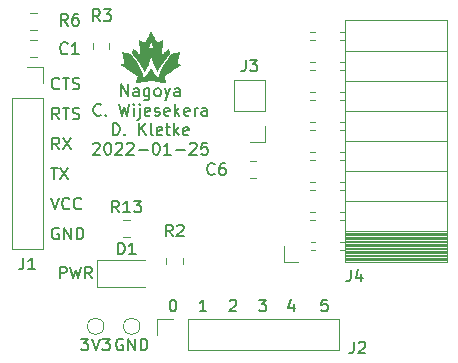
<source format=gto>
G04 #@! TF.GenerationSoftware,KiCad,Pcbnew,(5.1.2)-1*
G04 #@! TF.CreationDate,2022-03-06T16:43:14-05:00*
G04 #@! TF.ProjectId,telemetry_breakout,74656c65-6d65-4747-9279-5f627265616b,rev?*
G04 #@! TF.SameCoordinates,Original*
G04 #@! TF.FileFunction,Legend,Top*
G04 #@! TF.FilePolarity,Positive*
%FSLAX46Y46*%
G04 Gerber Fmt 4.6, Leading zero omitted, Abs format (unit mm)*
G04 Created by KiCad (PCBNEW (5.1.2)-1) date 2022-03-06 16:43:14*
%MOMM*%
%LPD*%
G04 APERTURE LIST*
%ADD10C,0.150000*%
%ADD11C,0.120000*%
%ADD12C,0.010000*%
%ADD13O,1.802000X1.802000*%
%ADD14R,1.802000X1.802000*%
%ADD15C,0.100000*%
%ADD16C,1.252000*%
%ADD17C,1.527000*%
%ADD18C,1.102000*%
%ADD19C,5.702000*%
G04 APERTURE END LIST*
D10*
X194246666Y-109418380D02*
X194246666Y-108418380D01*
X194627619Y-108418380D01*
X194722857Y-108466000D01*
X194770476Y-108513619D01*
X194818095Y-108608857D01*
X194818095Y-108751714D01*
X194770476Y-108846952D01*
X194722857Y-108894571D01*
X194627619Y-108942190D01*
X194246666Y-108942190D01*
X195151428Y-108418380D02*
X195389523Y-109418380D01*
X195580000Y-108704095D01*
X195770476Y-109418380D01*
X196008571Y-108418380D01*
X196960952Y-109418380D02*
X196627619Y-108942190D01*
X196389523Y-109418380D02*
X196389523Y-108418380D01*
X196770476Y-108418380D01*
X196865714Y-108466000D01*
X196913333Y-108513619D01*
X196960952Y-108608857D01*
X196960952Y-108751714D01*
X196913333Y-108846952D01*
X196865714Y-108894571D01*
X196770476Y-108942190D01*
X196389523Y-108942190D01*
X216900095Y-111212380D02*
X216423904Y-111212380D01*
X216376285Y-111688571D01*
X216423904Y-111640952D01*
X216519142Y-111593333D01*
X216757238Y-111593333D01*
X216852476Y-111640952D01*
X216900095Y-111688571D01*
X216947714Y-111783809D01*
X216947714Y-112021904D01*
X216900095Y-112117142D01*
X216852476Y-112164761D01*
X216757238Y-112212380D01*
X216519142Y-112212380D01*
X216423904Y-112164761D01*
X216376285Y-112117142D01*
X214058476Y-111545714D02*
X214058476Y-112212380D01*
X213820380Y-111164761D02*
X213582285Y-111879047D01*
X214201333Y-111879047D01*
X206660714Y-112212380D02*
X206089285Y-112212380D01*
X206375000Y-112212380D02*
X206375000Y-111212380D01*
X206279761Y-111355238D01*
X206184523Y-111450476D01*
X206089285Y-111498095D01*
X208629285Y-111307619D02*
X208676904Y-111260000D01*
X208772142Y-111212380D01*
X209010238Y-111212380D01*
X209105476Y-111260000D01*
X209153095Y-111307619D01*
X209200714Y-111402857D01*
X209200714Y-111498095D01*
X209153095Y-111640952D01*
X208581666Y-112212380D01*
X209200714Y-112212380D01*
X211121666Y-111212380D02*
X211740714Y-111212380D01*
X211407380Y-111593333D01*
X211550238Y-111593333D01*
X211645476Y-111640952D01*
X211693095Y-111688571D01*
X211740714Y-111783809D01*
X211740714Y-112021904D01*
X211693095Y-112117142D01*
X211645476Y-112164761D01*
X211550238Y-112212380D01*
X211264523Y-112212380D01*
X211169285Y-112164761D01*
X211121666Y-112117142D01*
X199576095Y-114562000D02*
X199480857Y-114514380D01*
X199338000Y-114514380D01*
X199195142Y-114562000D01*
X199099904Y-114657238D01*
X199052285Y-114752476D01*
X199004666Y-114942952D01*
X199004666Y-115085809D01*
X199052285Y-115276285D01*
X199099904Y-115371523D01*
X199195142Y-115466761D01*
X199338000Y-115514380D01*
X199433238Y-115514380D01*
X199576095Y-115466761D01*
X199623714Y-115419142D01*
X199623714Y-115085809D01*
X199433238Y-115085809D01*
X200052285Y-115514380D02*
X200052285Y-114514380D01*
X200623714Y-115514380D01*
X200623714Y-114514380D01*
X201099904Y-115514380D02*
X201099904Y-114514380D01*
X201338000Y-114514380D01*
X201480857Y-114562000D01*
X201576095Y-114657238D01*
X201623714Y-114752476D01*
X201671333Y-114942952D01*
X201671333Y-115085809D01*
X201623714Y-115276285D01*
X201576095Y-115371523D01*
X201480857Y-115466761D01*
X201338000Y-115514380D01*
X201099904Y-115514380D01*
X196051904Y-114514380D02*
X196670952Y-114514380D01*
X196337619Y-114895333D01*
X196480476Y-114895333D01*
X196575714Y-114942952D01*
X196623333Y-114990571D01*
X196670952Y-115085809D01*
X196670952Y-115323904D01*
X196623333Y-115419142D01*
X196575714Y-115466761D01*
X196480476Y-115514380D01*
X196194761Y-115514380D01*
X196099523Y-115466761D01*
X196051904Y-115419142D01*
X196956666Y-114514380D02*
X197290000Y-115514380D01*
X197623333Y-114514380D01*
X197861428Y-114514380D02*
X198480476Y-114514380D01*
X198147142Y-114895333D01*
X198290000Y-114895333D01*
X198385238Y-114942952D01*
X198432857Y-114990571D01*
X198480476Y-115085809D01*
X198480476Y-115323904D01*
X198432857Y-115419142D01*
X198385238Y-115466761D01*
X198290000Y-115514380D01*
X198004285Y-115514380D01*
X197909047Y-115466761D01*
X197861428Y-115419142D01*
X199453809Y-93989380D02*
X199453809Y-92989380D01*
X200025238Y-93989380D01*
X200025238Y-92989380D01*
X200930000Y-93989380D02*
X200930000Y-93465571D01*
X200882380Y-93370333D01*
X200787142Y-93322714D01*
X200596666Y-93322714D01*
X200501428Y-93370333D01*
X200930000Y-93941761D02*
X200834761Y-93989380D01*
X200596666Y-93989380D01*
X200501428Y-93941761D01*
X200453809Y-93846523D01*
X200453809Y-93751285D01*
X200501428Y-93656047D01*
X200596666Y-93608428D01*
X200834761Y-93608428D01*
X200930000Y-93560809D01*
X201834761Y-93322714D02*
X201834761Y-94132238D01*
X201787142Y-94227476D01*
X201739523Y-94275095D01*
X201644285Y-94322714D01*
X201501428Y-94322714D01*
X201406190Y-94275095D01*
X201834761Y-93941761D02*
X201739523Y-93989380D01*
X201549047Y-93989380D01*
X201453809Y-93941761D01*
X201406190Y-93894142D01*
X201358571Y-93798904D01*
X201358571Y-93513190D01*
X201406190Y-93417952D01*
X201453809Y-93370333D01*
X201549047Y-93322714D01*
X201739523Y-93322714D01*
X201834761Y-93370333D01*
X202453809Y-93989380D02*
X202358571Y-93941761D01*
X202310952Y-93894142D01*
X202263333Y-93798904D01*
X202263333Y-93513190D01*
X202310952Y-93417952D01*
X202358571Y-93370333D01*
X202453809Y-93322714D01*
X202596666Y-93322714D01*
X202691904Y-93370333D01*
X202739523Y-93417952D01*
X202787142Y-93513190D01*
X202787142Y-93798904D01*
X202739523Y-93894142D01*
X202691904Y-93941761D01*
X202596666Y-93989380D01*
X202453809Y-93989380D01*
X203120476Y-93322714D02*
X203358571Y-93989380D01*
X203596666Y-93322714D02*
X203358571Y-93989380D01*
X203263333Y-94227476D01*
X203215714Y-94275095D01*
X203120476Y-94322714D01*
X204406190Y-93989380D02*
X204406190Y-93465571D01*
X204358571Y-93370333D01*
X204263333Y-93322714D01*
X204072857Y-93322714D01*
X203977619Y-93370333D01*
X204406190Y-93941761D02*
X204310952Y-93989380D01*
X204072857Y-93989380D01*
X203977619Y-93941761D01*
X203930000Y-93846523D01*
X203930000Y-93751285D01*
X203977619Y-93656047D01*
X204072857Y-93608428D01*
X204310952Y-93608428D01*
X204406190Y-93560809D01*
X197715714Y-95544142D02*
X197668095Y-95591761D01*
X197525238Y-95639380D01*
X197430000Y-95639380D01*
X197287142Y-95591761D01*
X197191904Y-95496523D01*
X197144285Y-95401285D01*
X197096666Y-95210809D01*
X197096666Y-95067952D01*
X197144285Y-94877476D01*
X197191904Y-94782238D01*
X197287142Y-94687000D01*
X197430000Y-94639380D01*
X197525238Y-94639380D01*
X197668095Y-94687000D01*
X197715714Y-94734619D01*
X198144285Y-95544142D02*
X198191904Y-95591761D01*
X198144285Y-95639380D01*
X198096666Y-95591761D01*
X198144285Y-95544142D01*
X198144285Y-95639380D01*
X199287142Y-94639380D02*
X199525238Y-95639380D01*
X199715714Y-94925095D01*
X199906190Y-95639380D01*
X200144285Y-94639380D01*
X200525238Y-95639380D02*
X200525238Y-94972714D01*
X200525238Y-94639380D02*
X200477619Y-94687000D01*
X200525238Y-94734619D01*
X200572857Y-94687000D01*
X200525238Y-94639380D01*
X200525238Y-94734619D01*
X201001428Y-94972714D02*
X201001428Y-95829857D01*
X200953809Y-95925095D01*
X200858571Y-95972714D01*
X200810952Y-95972714D01*
X201001428Y-94639380D02*
X200953809Y-94687000D01*
X201001428Y-94734619D01*
X201049047Y-94687000D01*
X201001428Y-94639380D01*
X201001428Y-94734619D01*
X201858571Y-95591761D02*
X201763333Y-95639380D01*
X201572857Y-95639380D01*
X201477619Y-95591761D01*
X201430000Y-95496523D01*
X201430000Y-95115571D01*
X201477619Y-95020333D01*
X201572857Y-94972714D01*
X201763333Y-94972714D01*
X201858571Y-95020333D01*
X201906190Y-95115571D01*
X201906190Y-95210809D01*
X201430000Y-95306047D01*
X202287142Y-95591761D02*
X202382380Y-95639380D01*
X202572857Y-95639380D01*
X202668095Y-95591761D01*
X202715714Y-95496523D01*
X202715714Y-95448904D01*
X202668095Y-95353666D01*
X202572857Y-95306047D01*
X202430000Y-95306047D01*
X202334761Y-95258428D01*
X202287142Y-95163190D01*
X202287142Y-95115571D01*
X202334761Y-95020333D01*
X202430000Y-94972714D01*
X202572857Y-94972714D01*
X202668095Y-95020333D01*
X203525238Y-95591761D02*
X203430000Y-95639380D01*
X203239523Y-95639380D01*
X203144285Y-95591761D01*
X203096666Y-95496523D01*
X203096666Y-95115571D01*
X203144285Y-95020333D01*
X203239523Y-94972714D01*
X203430000Y-94972714D01*
X203525238Y-95020333D01*
X203572857Y-95115571D01*
X203572857Y-95210809D01*
X203096666Y-95306047D01*
X204001428Y-95639380D02*
X204001428Y-94639380D01*
X204096666Y-95258428D02*
X204382380Y-95639380D01*
X204382380Y-94972714D02*
X204001428Y-95353666D01*
X205191904Y-95591761D02*
X205096666Y-95639380D01*
X204906190Y-95639380D01*
X204810952Y-95591761D01*
X204763333Y-95496523D01*
X204763333Y-95115571D01*
X204810952Y-95020333D01*
X204906190Y-94972714D01*
X205096666Y-94972714D01*
X205191904Y-95020333D01*
X205239523Y-95115571D01*
X205239523Y-95210809D01*
X204763333Y-95306047D01*
X205668095Y-95639380D02*
X205668095Y-94972714D01*
X205668095Y-95163190D02*
X205715714Y-95067952D01*
X205763333Y-95020333D01*
X205858571Y-94972714D01*
X205953809Y-94972714D01*
X206715714Y-95639380D02*
X206715714Y-95115571D01*
X206668095Y-95020333D01*
X206572857Y-94972714D01*
X206382380Y-94972714D01*
X206287142Y-95020333D01*
X206715714Y-95591761D02*
X206620476Y-95639380D01*
X206382380Y-95639380D01*
X206287142Y-95591761D01*
X206239523Y-95496523D01*
X206239523Y-95401285D01*
X206287142Y-95306047D01*
X206382380Y-95258428D01*
X206620476Y-95258428D01*
X206715714Y-95210809D01*
X198739523Y-97289380D02*
X198739523Y-96289380D01*
X198977619Y-96289380D01*
X199120476Y-96337000D01*
X199215714Y-96432238D01*
X199263333Y-96527476D01*
X199310952Y-96717952D01*
X199310952Y-96860809D01*
X199263333Y-97051285D01*
X199215714Y-97146523D01*
X199120476Y-97241761D01*
X198977619Y-97289380D01*
X198739523Y-97289380D01*
X199739523Y-97194142D02*
X199787142Y-97241761D01*
X199739523Y-97289380D01*
X199691904Y-97241761D01*
X199739523Y-97194142D01*
X199739523Y-97289380D01*
X200977619Y-97289380D02*
X200977619Y-96289380D01*
X201549047Y-97289380D02*
X201120476Y-96717952D01*
X201549047Y-96289380D02*
X200977619Y-96860809D01*
X202120476Y-97289380D02*
X202025238Y-97241761D01*
X201977619Y-97146523D01*
X201977619Y-96289380D01*
X202882380Y-97241761D02*
X202787142Y-97289380D01*
X202596666Y-97289380D01*
X202501428Y-97241761D01*
X202453809Y-97146523D01*
X202453809Y-96765571D01*
X202501428Y-96670333D01*
X202596666Y-96622714D01*
X202787142Y-96622714D01*
X202882380Y-96670333D01*
X202930000Y-96765571D01*
X202930000Y-96860809D01*
X202453809Y-96956047D01*
X203215714Y-96622714D02*
X203596666Y-96622714D01*
X203358571Y-96289380D02*
X203358571Y-97146523D01*
X203406190Y-97241761D01*
X203501428Y-97289380D01*
X203596666Y-97289380D01*
X203930000Y-97289380D02*
X203930000Y-96289380D01*
X204025238Y-96908428D02*
X204310952Y-97289380D01*
X204310952Y-96622714D02*
X203930000Y-97003666D01*
X205120476Y-97241761D02*
X205025238Y-97289380D01*
X204834761Y-97289380D01*
X204739523Y-97241761D01*
X204691904Y-97146523D01*
X204691904Y-96765571D01*
X204739523Y-96670333D01*
X204834761Y-96622714D01*
X205025238Y-96622714D01*
X205120476Y-96670333D01*
X205168095Y-96765571D01*
X205168095Y-96860809D01*
X204691904Y-96956047D01*
X197072857Y-98034619D02*
X197120476Y-97987000D01*
X197215714Y-97939380D01*
X197453809Y-97939380D01*
X197549047Y-97987000D01*
X197596666Y-98034619D01*
X197644285Y-98129857D01*
X197644285Y-98225095D01*
X197596666Y-98367952D01*
X197025238Y-98939380D01*
X197644285Y-98939380D01*
X198263333Y-97939380D02*
X198358571Y-97939380D01*
X198453809Y-97987000D01*
X198501428Y-98034619D01*
X198549047Y-98129857D01*
X198596666Y-98320333D01*
X198596666Y-98558428D01*
X198549047Y-98748904D01*
X198501428Y-98844142D01*
X198453809Y-98891761D01*
X198358571Y-98939380D01*
X198263333Y-98939380D01*
X198168095Y-98891761D01*
X198120476Y-98844142D01*
X198072857Y-98748904D01*
X198025238Y-98558428D01*
X198025238Y-98320333D01*
X198072857Y-98129857D01*
X198120476Y-98034619D01*
X198168095Y-97987000D01*
X198263333Y-97939380D01*
X198977619Y-98034619D02*
X199025238Y-97987000D01*
X199120476Y-97939380D01*
X199358571Y-97939380D01*
X199453809Y-97987000D01*
X199501428Y-98034619D01*
X199549047Y-98129857D01*
X199549047Y-98225095D01*
X199501428Y-98367952D01*
X198930000Y-98939380D01*
X199549047Y-98939380D01*
X199930000Y-98034619D02*
X199977619Y-97987000D01*
X200072857Y-97939380D01*
X200310952Y-97939380D01*
X200406190Y-97987000D01*
X200453809Y-98034619D01*
X200501428Y-98129857D01*
X200501428Y-98225095D01*
X200453809Y-98367952D01*
X199882380Y-98939380D01*
X200501428Y-98939380D01*
X200930000Y-98558428D02*
X201691904Y-98558428D01*
X202358571Y-97939380D02*
X202453809Y-97939380D01*
X202549047Y-97987000D01*
X202596666Y-98034619D01*
X202644285Y-98129857D01*
X202691904Y-98320333D01*
X202691904Y-98558428D01*
X202644285Y-98748904D01*
X202596666Y-98844142D01*
X202549047Y-98891761D01*
X202453809Y-98939380D01*
X202358571Y-98939380D01*
X202263333Y-98891761D01*
X202215714Y-98844142D01*
X202168095Y-98748904D01*
X202120476Y-98558428D01*
X202120476Y-98320333D01*
X202168095Y-98129857D01*
X202215714Y-98034619D01*
X202263333Y-97987000D01*
X202358571Y-97939380D01*
X203644285Y-98939380D02*
X203072857Y-98939380D01*
X203358571Y-98939380D02*
X203358571Y-97939380D01*
X203263333Y-98082238D01*
X203168095Y-98177476D01*
X203072857Y-98225095D01*
X204072857Y-98558428D02*
X204834761Y-98558428D01*
X205263333Y-98034619D02*
X205310952Y-97987000D01*
X205406190Y-97939380D01*
X205644285Y-97939380D01*
X205739523Y-97987000D01*
X205787142Y-98034619D01*
X205834761Y-98129857D01*
X205834761Y-98225095D01*
X205787142Y-98367952D01*
X205215714Y-98939380D01*
X205834761Y-98939380D01*
X206739523Y-97939380D02*
X206263333Y-97939380D01*
X206215714Y-98415571D01*
X206263333Y-98367952D01*
X206358571Y-98320333D01*
X206596666Y-98320333D01*
X206691904Y-98367952D01*
X206739523Y-98415571D01*
X206787142Y-98510809D01*
X206787142Y-98748904D01*
X206739523Y-98844142D01*
X206691904Y-98891761D01*
X206596666Y-98939380D01*
X206358571Y-98939380D01*
X206263333Y-98891761D01*
X206215714Y-98844142D01*
X194153404Y-105164000D02*
X194058166Y-105116380D01*
X193915309Y-105116380D01*
X193772452Y-105164000D01*
X193677214Y-105259238D01*
X193629595Y-105354476D01*
X193581976Y-105544952D01*
X193581976Y-105687809D01*
X193629595Y-105878285D01*
X193677214Y-105973523D01*
X193772452Y-106068761D01*
X193915309Y-106116380D01*
X194010547Y-106116380D01*
X194153404Y-106068761D01*
X194201023Y-106021142D01*
X194201023Y-105687809D01*
X194010547Y-105687809D01*
X194629595Y-106116380D02*
X194629595Y-105116380D01*
X195201023Y-106116380D01*
X195201023Y-105116380D01*
X195677214Y-106116380D02*
X195677214Y-105116380D01*
X195915309Y-105116380D01*
X196058166Y-105164000D01*
X196153404Y-105259238D01*
X196201023Y-105354476D01*
X196248642Y-105544952D01*
X196248642Y-105687809D01*
X196201023Y-105878285D01*
X196153404Y-105973523D01*
X196058166Y-106068761D01*
X195915309Y-106116380D01*
X195677214Y-106116380D01*
X193486738Y-102576380D02*
X193820071Y-103576380D01*
X194153404Y-102576380D01*
X195058166Y-103481142D02*
X195010547Y-103528761D01*
X194867690Y-103576380D01*
X194772452Y-103576380D01*
X194629595Y-103528761D01*
X194534357Y-103433523D01*
X194486738Y-103338285D01*
X194439119Y-103147809D01*
X194439119Y-103004952D01*
X194486738Y-102814476D01*
X194534357Y-102719238D01*
X194629595Y-102624000D01*
X194772452Y-102576380D01*
X194867690Y-102576380D01*
X195010547Y-102624000D01*
X195058166Y-102671619D01*
X196058166Y-103481142D02*
X196010547Y-103528761D01*
X195867690Y-103576380D01*
X195772452Y-103576380D01*
X195629595Y-103528761D01*
X195534357Y-103433523D01*
X195486738Y-103338285D01*
X195439119Y-103147809D01*
X195439119Y-103004952D01*
X195486738Y-102814476D01*
X195534357Y-102719238D01*
X195629595Y-102624000D01*
X195772452Y-102576380D01*
X195867690Y-102576380D01*
X196010547Y-102624000D01*
X196058166Y-102671619D01*
X193486738Y-100036380D02*
X194058166Y-100036380D01*
X193772452Y-101036380D02*
X193772452Y-100036380D01*
X194296261Y-100036380D02*
X194962928Y-101036380D01*
X194962928Y-100036380D02*
X194296261Y-101036380D01*
X194201023Y-98496380D02*
X193867690Y-98020190D01*
X193629595Y-98496380D02*
X193629595Y-97496380D01*
X194010547Y-97496380D01*
X194105785Y-97544000D01*
X194153404Y-97591619D01*
X194201023Y-97686857D01*
X194201023Y-97829714D01*
X194153404Y-97924952D01*
X194105785Y-97972571D01*
X194010547Y-98020190D01*
X193629595Y-98020190D01*
X194534357Y-97496380D02*
X195201023Y-98496380D01*
X195201023Y-97496380D02*
X194534357Y-98496380D01*
X194201023Y-95956380D02*
X193867690Y-95480190D01*
X193629595Y-95956380D02*
X193629595Y-94956380D01*
X194010547Y-94956380D01*
X194105785Y-95004000D01*
X194153404Y-95051619D01*
X194201023Y-95146857D01*
X194201023Y-95289714D01*
X194153404Y-95384952D01*
X194105785Y-95432571D01*
X194010547Y-95480190D01*
X193629595Y-95480190D01*
X194486738Y-94956380D02*
X195058166Y-94956380D01*
X194772452Y-95956380D02*
X194772452Y-94956380D01*
X195343880Y-95908761D02*
X195486738Y-95956380D01*
X195724833Y-95956380D01*
X195820071Y-95908761D01*
X195867690Y-95861142D01*
X195915309Y-95765904D01*
X195915309Y-95670666D01*
X195867690Y-95575428D01*
X195820071Y-95527809D01*
X195724833Y-95480190D01*
X195534357Y-95432571D01*
X195439119Y-95384952D01*
X195391500Y-95337333D01*
X195343880Y-95242095D01*
X195343880Y-95146857D01*
X195391500Y-95051619D01*
X195439119Y-95004000D01*
X195534357Y-94956380D01*
X195772452Y-94956380D01*
X195915309Y-95004000D01*
X194201023Y-93321142D02*
X194153404Y-93368761D01*
X194010547Y-93416380D01*
X193915309Y-93416380D01*
X193772452Y-93368761D01*
X193677214Y-93273523D01*
X193629595Y-93178285D01*
X193581976Y-92987809D01*
X193581976Y-92844952D01*
X193629595Y-92654476D01*
X193677214Y-92559238D01*
X193772452Y-92464000D01*
X193915309Y-92416380D01*
X194010547Y-92416380D01*
X194153404Y-92464000D01*
X194201023Y-92511619D01*
X194486738Y-92416380D02*
X195058166Y-92416380D01*
X194772452Y-93416380D02*
X194772452Y-92416380D01*
X195343880Y-93368761D02*
X195486738Y-93416380D01*
X195724833Y-93416380D01*
X195820071Y-93368761D01*
X195867690Y-93321142D01*
X195915309Y-93225904D01*
X195915309Y-93130666D01*
X195867690Y-93035428D01*
X195820071Y-92987809D01*
X195724833Y-92940190D01*
X195534357Y-92892571D01*
X195439119Y-92844952D01*
X195391500Y-92797333D01*
X195343880Y-92702095D01*
X195343880Y-92606857D01*
X195391500Y-92511619D01*
X195439119Y-92464000D01*
X195534357Y-92416380D01*
X195772452Y-92416380D01*
X195915309Y-92464000D01*
X203787380Y-111212380D02*
X203882619Y-111212380D01*
X203977857Y-111260000D01*
X204025476Y-111307619D01*
X204073095Y-111402857D01*
X204120714Y-111593333D01*
X204120714Y-111831428D01*
X204073095Y-112021904D01*
X204025476Y-112117142D01*
X203977857Y-112164761D01*
X203882619Y-112212380D01*
X203787380Y-112212380D01*
X203692142Y-112164761D01*
X203644523Y-112117142D01*
X203596904Y-112021904D01*
X203549285Y-111831428D01*
X203549285Y-111593333D01*
X203596904Y-111402857D01*
X203644523Y-111307619D01*
X203692142Y-111260000D01*
X203787380Y-111212380D01*
D11*
X211642000Y-97850000D02*
X210312000Y-97850000D01*
X211642000Y-96520000D02*
X211642000Y-97850000D01*
X211642000Y-95250000D02*
X208982000Y-95250000D01*
X208982000Y-95250000D02*
X208982000Y-92650000D01*
X211642000Y-95250000D02*
X211642000Y-92650000D01*
X211642000Y-92650000D02*
X208982000Y-92650000D01*
X202505000Y-114173000D02*
X202505000Y-112843000D01*
X202505000Y-112843000D02*
X203835000Y-112843000D01*
X205105000Y-112843000D02*
X217865000Y-112843000D01*
X217865000Y-115503000D02*
X217865000Y-112843000D01*
X205105000Y-115503000D02*
X217865000Y-115503000D01*
X205105000Y-115503000D02*
X205105000Y-112843000D01*
X199636748Y-105866000D02*
X200159252Y-105866000D01*
X199636748Y-104446000D02*
X200159252Y-104446000D01*
X191762748Y-88340000D02*
X192285252Y-88340000D01*
X191762748Y-86920000D02*
X192285252Y-86920000D01*
X197029000Y-89473248D02*
X197029000Y-89995752D01*
X198449000Y-89473248D02*
X198449000Y-89995752D01*
X210836252Y-99493000D02*
X210313748Y-99493000D01*
X210836252Y-100913000D02*
X210313748Y-100913000D01*
X214376000Y-108010000D02*
X213266000Y-108010000D01*
X213266000Y-108010000D02*
X213266000Y-106680000D01*
X227006000Y-108010000D02*
X227006000Y-87570000D01*
X227006000Y-87570000D02*
X218376000Y-87570000D01*
X218376000Y-108010000D02*
X218376000Y-87570000D01*
X227006000Y-108010000D02*
X218376000Y-108010000D01*
X227006000Y-90170000D02*
X218376000Y-90170000D01*
X227006000Y-92710000D02*
X218376000Y-92710000D01*
X227006000Y-95250000D02*
X218376000Y-95250000D01*
X227006000Y-97790000D02*
X218376000Y-97790000D01*
X227006000Y-100330000D02*
X218376000Y-100330000D01*
X227006000Y-102870000D02*
X218376000Y-102870000D01*
X227006000Y-105410000D02*
X218376000Y-105410000D01*
X215866000Y-88540000D02*
X215426000Y-88540000D01*
X218376000Y-88540000D02*
X217966000Y-88540000D01*
X215866000Y-89260000D02*
X215426000Y-89260000D01*
X218376000Y-89260000D02*
X217966000Y-89260000D01*
X215866000Y-91080000D02*
X215426000Y-91080000D01*
X218376000Y-91080000D02*
X217966000Y-91080000D01*
X215866000Y-91800000D02*
X215426000Y-91800000D01*
X218376000Y-91800000D02*
X217966000Y-91800000D01*
X215866000Y-93620000D02*
X215426000Y-93620000D01*
X218376000Y-93620000D02*
X217966000Y-93620000D01*
X215866000Y-94340000D02*
X215426000Y-94340000D01*
X218376000Y-94340000D02*
X217966000Y-94340000D01*
X215866000Y-96160000D02*
X215426000Y-96160000D01*
X218376000Y-96160000D02*
X217966000Y-96160000D01*
X215866000Y-96880000D02*
X215426000Y-96880000D01*
X218376000Y-96880000D02*
X217966000Y-96880000D01*
X215866000Y-98700000D02*
X215426000Y-98700000D01*
X218376000Y-98700000D02*
X217966000Y-98700000D01*
X215866000Y-99420000D02*
X215426000Y-99420000D01*
X218376000Y-99420000D02*
X217966000Y-99420000D01*
X215866000Y-101240000D02*
X215426000Y-101240000D01*
X218376000Y-101240000D02*
X217966000Y-101240000D01*
X215866000Y-101960000D02*
X215426000Y-101960000D01*
X218376000Y-101960000D02*
X217966000Y-101960000D01*
X215866000Y-103780000D02*
X215426000Y-103780000D01*
X218376000Y-103780000D02*
X217966000Y-103780000D01*
X215866000Y-104500000D02*
X215426000Y-104500000D01*
X218376000Y-104500000D02*
X217966000Y-104500000D01*
X215866000Y-106320000D02*
X215486000Y-106320000D01*
X218376000Y-106320000D02*
X217966000Y-106320000D01*
X215866000Y-107040000D02*
X215486000Y-107040000D01*
X218376000Y-107040000D02*
X217966000Y-107040000D01*
X227006000Y-105528100D02*
X218376000Y-105528100D01*
X227006000Y-105646195D02*
X218376000Y-105646195D01*
X227006000Y-105764290D02*
X218376000Y-105764290D01*
X227006000Y-105882385D02*
X218376000Y-105882385D01*
X227006000Y-106000480D02*
X218376000Y-106000480D01*
X227006000Y-106118575D02*
X218376000Y-106118575D01*
X227006000Y-106236670D02*
X218376000Y-106236670D01*
X227006000Y-106354765D02*
X218376000Y-106354765D01*
X227006000Y-106472860D02*
X218376000Y-106472860D01*
X227006000Y-106590955D02*
X218376000Y-106590955D01*
X227006000Y-106709050D02*
X218376000Y-106709050D01*
X227006000Y-106827145D02*
X218376000Y-106827145D01*
X227006000Y-106945240D02*
X218376000Y-106945240D01*
X227006000Y-107063335D02*
X218376000Y-107063335D01*
X227006000Y-107181430D02*
X218376000Y-107181430D01*
X227006000Y-107299525D02*
X218376000Y-107299525D01*
X227006000Y-107417620D02*
X218376000Y-107417620D01*
X227006000Y-107535715D02*
X218376000Y-107535715D01*
X227006000Y-107653810D02*
X218376000Y-107653810D01*
X227006000Y-107771905D02*
X218376000Y-107771905D01*
X227006000Y-107890000D02*
X218376000Y-107890000D01*
X197438000Y-110101000D02*
X201498000Y-110101000D01*
X197438000Y-107831000D02*
X197438000Y-110101000D01*
X201498000Y-107831000D02*
X197438000Y-107831000D01*
X203252000Y-107688748D02*
X203252000Y-108211252D01*
X204672000Y-107688748D02*
X204672000Y-108211252D01*
X191500000Y-91550000D02*
X192830000Y-91550000D01*
X192830000Y-91550000D02*
X192830000Y-92880000D01*
X192830000Y-94150000D02*
X192830000Y-106910000D01*
X190170000Y-106910000D02*
X192830000Y-106910000D01*
X190170000Y-94150000D02*
X190170000Y-106910000D01*
X190170000Y-94150000D02*
X192830000Y-94150000D01*
X201038000Y-113470000D02*
G75*
G03X201038000Y-113470000I-700000J0D01*
G01*
X197990000Y-113470000D02*
G75*
G03X197990000Y-113470000I-700000J0D01*
G01*
D12*
G36*
X199530697Y-90271970D02*
G01*
X199550033Y-90275400D01*
X199580352Y-90281030D01*
X199620319Y-90288605D01*
X199668599Y-90297871D01*
X199723859Y-90308572D01*
X199784762Y-90320455D01*
X199849976Y-90333263D01*
X199851094Y-90333484D01*
X199931677Y-90349474D01*
X199999475Y-90363182D01*
X200055396Y-90374815D01*
X200100348Y-90384580D01*
X200135239Y-90392683D01*
X200160978Y-90399330D01*
X200178474Y-90404729D01*
X200188633Y-90409085D01*
X200191102Y-90410804D01*
X200203574Y-90424227D01*
X200222726Y-90447656D01*
X200247447Y-90479566D01*
X200276624Y-90518433D01*
X200309144Y-90562732D01*
X200343896Y-90610937D01*
X200379767Y-90661524D01*
X200415644Y-90712969D01*
X200450415Y-90763745D01*
X200472273Y-90796234D01*
X200575542Y-90955334D01*
X200676719Y-91119776D01*
X200774654Y-91287429D01*
X200868199Y-91456163D01*
X200956202Y-91623847D01*
X201037513Y-91788352D01*
X201110984Y-91947546D01*
X201174782Y-92097617D01*
X201190866Y-92138630D01*
X201208350Y-92185438D01*
X201226411Y-92235618D01*
X201244230Y-92286749D01*
X201260987Y-92336409D01*
X201275860Y-92382176D01*
X201288030Y-92421629D01*
X201296676Y-92452346D01*
X201300389Y-92468372D01*
X201304647Y-92485015D01*
X201309120Y-92493845D01*
X201310077Y-92494274D01*
X201316754Y-92489234D01*
X201331072Y-92475142D01*
X201351646Y-92453541D01*
X201377088Y-92425973D01*
X201406016Y-92393981D01*
X201437042Y-92359108D01*
X201468782Y-92322897D01*
X201499851Y-92286889D01*
X201528864Y-92252628D01*
X201550049Y-92227040D01*
X201614931Y-92145140D01*
X201674680Y-92064123D01*
X201731417Y-91980812D01*
X201787268Y-91892035D01*
X201844354Y-91794615D01*
X201870812Y-91747471D01*
X201890513Y-91712757D01*
X201908166Y-91683166D01*
X201922620Y-91660505D01*
X201932728Y-91646579D01*
X201937259Y-91643088D01*
X201942526Y-91651146D01*
X201952843Y-91668848D01*
X201966705Y-91693556D01*
X201982178Y-91721836D01*
X202059089Y-91857716D01*
X202137247Y-91982810D01*
X202218710Y-92100225D01*
X202305537Y-92213070D01*
X202316337Y-92226357D01*
X202342781Y-92258211D01*
X202372384Y-92293040D01*
X202403767Y-92329306D01*
X202435545Y-92365468D01*
X202466339Y-92399989D01*
X202494766Y-92431329D01*
X202519445Y-92457948D01*
X202538992Y-92478309D01*
X202552028Y-92490872D01*
X202556883Y-92494274D01*
X202561129Y-92488181D01*
X202565610Y-92473069D01*
X202566571Y-92468372D01*
X202571986Y-92445926D01*
X202581549Y-92412900D01*
X202594440Y-92371717D01*
X202609838Y-92324799D01*
X202626924Y-92274567D01*
X202644876Y-92223443D01*
X202662873Y-92173849D01*
X202680097Y-92128206D01*
X202692178Y-92097617D01*
X202755492Y-91948701D01*
X202827659Y-91792261D01*
X202907518Y-91630442D01*
X202993912Y-91465390D01*
X203085683Y-91299251D01*
X203181672Y-91134171D01*
X203280722Y-90972296D01*
X203381675Y-90815772D01*
X203393995Y-90797251D01*
X203427378Y-90747822D01*
X203462611Y-90696694D01*
X203498585Y-90645389D01*
X203534188Y-90595430D01*
X203568312Y-90548339D01*
X203599845Y-90505639D01*
X203627678Y-90468854D01*
X203650700Y-90439504D01*
X203667802Y-90419114D01*
X203675553Y-90411079D01*
X203682906Y-90407111D01*
X203697791Y-90402066D01*
X203721057Y-90395752D01*
X203753552Y-90387977D01*
X203796124Y-90378547D01*
X203849624Y-90367271D01*
X203914898Y-90353955D01*
X203992795Y-90338407D01*
X204015561Y-90333908D01*
X204080866Y-90321064D01*
X204141884Y-90309137D01*
X204197281Y-90298382D01*
X204245724Y-90289055D01*
X204285878Y-90281412D01*
X204316409Y-90275708D01*
X204335985Y-90272198D01*
X204343271Y-90271137D01*
X204343282Y-90271143D01*
X204341871Y-90277843D01*
X204337357Y-90296646D01*
X204330092Y-90326171D01*
X204320424Y-90365039D01*
X204308704Y-90411869D01*
X204295282Y-90465282D01*
X204280509Y-90523897D01*
X204264733Y-90586334D01*
X204248307Y-90651214D01*
X204231579Y-90717155D01*
X204214899Y-90782779D01*
X204198619Y-90846704D01*
X204183087Y-90907551D01*
X204168655Y-90963940D01*
X204155672Y-91014491D01*
X204144488Y-91057823D01*
X204135454Y-91092557D01*
X204128920Y-91117312D01*
X204125235Y-91130708D01*
X204125076Y-91131241D01*
X204126765Y-91136541D01*
X204135068Y-91144598D01*
X204151059Y-91156116D01*
X204175815Y-91171804D01*
X204210413Y-91192366D01*
X204255929Y-91218511D01*
X204271465Y-91227317D01*
X204312695Y-91250840D01*
X204349584Y-91272285D01*
X204380494Y-91290666D01*
X204403786Y-91304997D01*
X204417821Y-91314294D01*
X204421288Y-91317400D01*
X204415575Y-91321811D01*
X204398909Y-91333347D01*
X204372003Y-91351538D01*
X204335567Y-91375913D01*
X204290312Y-91406004D01*
X204236950Y-91441340D01*
X204176192Y-91481452D01*
X204108749Y-91525870D01*
X204035332Y-91574125D01*
X203956653Y-91625746D01*
X203873423Y-91680264D01*
X203786352Y-91737210D01*
X203718519Y-91781515D01*
X203629009Y-91840002D01*
X203542800Y-91896441D01*
X203460605Y-91950360D01*
X203383136Y-92001288D01*
X203311103Y-92048752D01*
X203245218Y-92092282D01*
X203186194Y-92131407D01*
X203134741Y-92165654D01*
X203091572Y-92194551D01*
X203057398Y-92217629D01*
X203032930Y-92234414D01*
X203018881Y-92244436D01*
X203015609Y-92247233D01*
X203017617Y-92255185D01*
X203023405Y-92274948D01*
X203032527Y-92305073D01*
X203044537Y-92344109D01*
X203058987Y-92390609D01*
X203075430Y-92443123D01*
X203093421Y-92500200D01*
X203099899Y-92520667D01*
X203118187Y-92578842D01*
X203134891Y-92632858D01*
X203149588Y-92681284D01*
X203161858Y-92722691D01*
X203171279Y-92755649D01*
X203177428Y-92778726D01*
X203179885Y-92790494D01*
X203179790Y-92791681D01*
X203172366Y-92791537D01*
X203152111Y-92789817D01*
X203120012Y-92786631D01*
X203077052Y-92782090D01*
X203024217Y-92776305D01*
X202962491Y-92769385D01*
X202892861Y-92761441D01*
X202816309Y-92752584D01*
X202733823Y-92742924D01*
X202646386Y-92732571D01*
X202554983Y-92721637D01*
X202554365Y-92721562D01*
X201933480Y-92646904D01*
X201325318Y-92720206D01*
X201234521Y-92731127D01*
X201147459Y-92741557D01*
X201065154Y-92751374D01*
X200988628Y-92760460D01*
X200918902Y-92768694D01*
X200856997Y-92775956D01*
X200803935Y-92782126D01*
X200760738Y-92787085D01*
X200728427Y-92790712D01*
X200708024Y-92792888D01*
X200700756Y-92793507D01*
X200688157Y-92791419D01*
X200684356Y-92787732D01*
X200686394Y-92780038D01*
X200692208Y-92760534D01*
X200701348Y-92730669D01*
X200713364Y-92691894D01*
X200727806Y-92645658D01*
X200744223Y-92593412D01*
X200762167Y-92536605D01*
X200767863Y-92518631D01*
X200786193Y-92460644D01*
X200803129Y-92406704D01*
X200818221Y-92358273D01*
X200831018Y-92316814D01*
X200841070Y-92283788D01*
X200847926Y-92260658D01*
X200851135Y-92248887D01*
X200851320Y-92247790D01*
X200845599Y-92243101D01*
X200828923Y-92231295D01*
X200802004Y-92212844D01*
X200765553Y-92188220D01*
X200720283Y-92157894D01*
X200666903Y-92122340D01*
X200606127Y-92082028D01*
X200538665Y-92037433D01*
X200465229Y-91989025D01*
X200386530Y-91937276D01*
X200303281Y-91882660D01*
X200216192Y-91825648D01*
X200148471Y-91781395D01*
X200058975Y-91722918D01*
X199972781Y-91666516D01*
X199890602Y-91612658D01*
X199813148Y-91561814D01*
X199741130Y-91514454D01*
X199675259Y-91471047D01*
X199616246Y-91432064D01*
X199564803Y-91397972D01*
X199521641Y-91369244D01*
X199487471Y-91346346D01*
X199463003Y-91329751D01*
X199448950Y-91319926D01*
X199445672Y-91317280D01*
X199451476Y-91312556D01*
X199467797Y-91302037D01*
X199492995Y-91286707D01*
X199525432Y-91267550D01*
X199563468Y-91245549D01*
X199595494Y-91227317D01*
X199644408Y-91199406D01*
X199682089Y-91177284D01*
X199709613Y-91160243D01*
X199728057Y-91147578D01*
X199738497Y-91138582D01*
X199742010Y-91132548D01*
X199741884Y-91131241D01*
X199738416Y-91118724D01*
X199732074Y-91094746D01*
X199723207Y-91060687D01*
X199712165Y-91017928D01*
X199699299Y-90967849D01*
X199684959Y-90911829D01*
X199669495Y-90851250D01*
X199653256Y-90787492D01*
X199636593Y-90721934D01*
X199619857Y-90655957D01*
X199603396Y-90590941D01*
X199587562Y-90528267D01*
X199572705Y-90469314D01*
X199559173Y-90415463D01*
X199547319Y-90368094D01*
X199537491Y-90328588D01*
X199530040Y-90298324D01*
X199525315Y-90278682D01*
X199523668Y-90271044D01*
X199523677Y-90270994D01*
X199530697Y-90271970D01*
X199530697Y-90271970D01*
G37*
X199530697Y-90271970D02*
X199550033Y-90275400D01*
X199580352Y-90281030D01*
X199620319Y-90288605D01*
X199668599Y-90297871D01*
X199723859Y-90308572D01*
X199784762Y-90320455D01*
X199849976Y-90333263D01*
X199851094Y-90333484D01*
X199931677Y-90349474D01*
X199999475Y-90363182D01*
X200055396Y-90374815D01*
X200100348Y-90384580D01*
X200135239Y-90392683D01*
X200160978Y-90399330D01*
X200178474Y-90404729D01*
X200188633Y-90409085D01*
X200191102Y-90410804D01*
X200203574Y-90424227D01*
X200222726Y-90447656D01*
X200247447Y-90479566D01*
X200276624Y-90518433D01*
X200309144Y-90562732D01*
X200343896Y-90610937D01*
X200379767Y-90661524D01*
X200415644Y-90712969D01*
X200450415Y-90763745D01*
X200472273Y-90796234D01*
X200575542Y-90955334D01*
X200676719Y-91119776D01*
X200774654Y-91287429D01*
X200868199Y-91456163D01*
X200956202Y-91623847D01*
X201037513Y-91788352D01*
X201110984Y-91947546D01*
X201174782Y-92097617D01*
X201190866Y-92138630D01*
X201208350Y-92185438D01*
X201226411Y-92235618D01*
X201244230Y-92286749D01*
X201260987Y-92336409D01*
X201275860Y-92382176D01*
X201288030Y-92421629D01*
X201296676Y-92452346D01*
X201300389Y-92468372D01*
X201304647Y-92485015D01*
X201309120Y-92493845D01*
X201310077Y-92494274D01*
X201316754Y-92489234D01*
X201331072Y-92475142D01*
X201351646Y-92453541D01*
X201377088Y-92425973D01*
X201406016Y-92393981D01*
X201437042Y-92359108D01*
X201468782Y-92322897D01*
X201499851Y-92286889D01*
X201528864Y-92252628D01*
X201550049Y-92227040D01*
X201614931Y-92145140D01*
X201674680Y-92064123D01*
X201731417Y-91980812D01*
X201787268Y-91892035D01*
X201844354Y-91794615D01*
X201870812Y-91747471D01*
X201890513Y-91712757D01*
X201908166Y-91683166D01*
X201922620Y-91660505D01*
X201932728Y-91646579D01*
X201937259Y-91643088D01*
X201942526Y-91651146D01*
X201952843Y-91668848D01*
X201966705Y-91693556D01*
X201982178Y-91721836D01*
X202059089Y-91857716D01*
X202137247Y-91982810D01*
X202218710Y-92100225D01*
X202305537Y-92213070D01*
X202316337Y-92226357D01*
X202342781Y-92258211D01*
X202372384Y-92293040D01*
X202403767Y-92329306D01*
X202435545Y-92365468D01*
X202466339Y-92399989D01*
X202494766Y-92431329D01*
X202519445Y-92457948D01*
X202538992Y-92478309D01*
X202552028Y-92490872D01*
X202556883Y-92494274D01*
X202561129Y-92488181D01*
X202565610Y-92473069D01*
X202566571Y-92468372D01*
X202571986Y-92445926D01*
X202581549Y-92412900D01*
X202594440Y-92371717D01*
X202609838Y-92324799D01*
X202626924Y-92274567D01*
X202644876Y-92223443D01*
X202662873Y-92173849D01*
X202680097Y-92128206D01*
X202692178Y-92097617D01*
X202755492Y-91948701D01*
X202827659Y-91792261D01*
X202907518Y-91630442D01*
X202993912Y-91465390D01*
X203085683Y-91299251D01*
X203181672Y-91134171D01*
X203280722Y-90972296D01*
X203381675Y-90815772D01*
X203393995Y-90797251D01*
X203427378Y-90747822D01*
X203462611Y-90696694D01*
X203498585Y-90645389D01*
X203534188Y-90595430D01*
X203568312Y-90548339D01*
X203599845Y-90505639D01*
X203627678Y-90468854D01*
X203650700Y-90439504D01*
X203667802Y-90419114D01*
X203675553Y-90411079D01*
X203682906Y-90407111D01*
X203697791Y-90402066D01*
X203721057Y-90395752D01*
X203753552Y-90387977D01*
X203796124Y-90378547D01*
X203849624Y-90367271D01*
X203914898Y-90353955D01*
X203992795Y-90338407D01*
X204015561Y-90333908D01*
X204080866Y-90321064D01*
X204141884Y-90309137D01*
X204197281Y-90298382D01*
X204245724Y-90289055D01*
X204285878Y-90281412D01*
X204316409Y-90275708D01*
X204335985Y-90272198D01*
X204343271Y-90271137D01*
X204343282Y-90271143D01*
X204341871Y-90277843D01*
X204337357Y-90296646D01*
X204330092Y-90326171D01*
X204320424Y-90365039D01*
X204308704Y-90411869D01*
X204295282Y-90465282D01*
X204280509Y-90523897D01*
X204264733Y-90586334D01*
X204248307Y-90651214D01*
X204231579Y-90717155D01*
X204214899Y-90782779D01*
X204198619Y-90846704D01*
X204183087Y-90907551D01*
X204168655Y-90963940D01*
X204155672Y-91014491D01*
X204144488Y-91057823D01*
X204135454Y-91092557D01*
X204128920Y-91117312D01*
X204125235Y-91130708D01*
X204125076Y-91131241D01*
X204126765Y-91136541D01*
X204135068Y-91144598D01*
X204151059Y-91156116D01*
X204175815Y-91171804D01*
X204210413Y-91192366D01*
X204255929Y-91218511D01*
X204271465Y-91227317D01*
X204312695Y-91250840D01*
X204349584Y-91272285D01*
X204380494Y-91290666D01*
X204403786Y-91304997D01*
X204417821Y-91314294D01*
X204421288Y-91317400D01*
X204415575Y-91321811D01*
X204398909Y-91333347D01*
X204372003Y-91351538D01*
X204335567Y-91375913D01*
X204290312Y-91406004D01*
X204236950Y-91441340D01*
X204176192Y-91481452D01*
X204108749Y-91525870D01*
X204035332Y-91574125D01*
X203956653Y-91625746D01*
X203873423Y-91680264D01*
X203786352Y-91737210D01*
X203718519Y-91781515D01*
X203629009Y-91840002D01*
X203542800Y-91896441D01*
X203460605Y-91950360D01*
X203383136Y-92001288D01*
X203311103Y-92048752D01*
X203245218Y-92092282D01*
X203186194Y-92131407D01*
X203134741Y-92165654D01*
X203091572Y-92194551D01*
X203057398Y-92217629D01*
X203032930Y-92234414D01*
X203018881Y-92244436D01*
X203015609Y-92247233D01*
X203017617Y-92255185D01*
X203023405Y-92274948D01*
X203032527Y-92305073D01*
X203044537Y-92344109D01*
X203058987Y-92390609D01*
X203075430Y-92443123D01*
X203093421Y-92500200D01*
X203099899Y-92520667D01*
X203118187Y-92578842D01*
X203134891Y-92632858D01*
X203149588Y-92681284D01*
X203161858Y-92722691D01*
X203171279Y-92755649D01*
X203177428Y-92778726D01*
X203179885Y-92790494D01*
X203179790Y-92791681D01*
X203172366Y-92791537D01*
X203152111Y-92789817D01*
X203120012Y-92786631D01*
X203077052Y-92782090D01*
X203024217Y-92776305D01*
X202962491Y-92769385D01*
X202892861Y-92761441D01*
X202816309Y-92752584D01*
X202733823Y-92742924D01*
X202646386Y-92732571D01*
X202554983Y-92721637D01*
X202554365Y-92721562D01*
X201933480Y-92646904D01*
X201325318Y-92720206D01*
X201234521Y-92731127D01*
X201147459Y-92741557D01*
X201065154Y-92751374D01*
X200988628Y-92760460D01*
X200918902Y-92768694D01*
X200856997Y-92775956D01*
X200803935Y-92782126D01*
X200760738Y-92787085D01*
X200728427Y-92790712D01*
X200708024Y-92792888D01*
X200700756Y-92793507D01*
X200688157Y-92791419D01*
X200684356Y-92787732D01*
X200686394Y-92780038D01*
X200692208Y-92760534D01*
X200701348Y-92730669D01*
X200713364Y-92691894D01*
X200727806Y-92645658D01*
X200744223Y-92593412D01*
X200762167Y-92536605D01*
X200767863Y-92518631D01*
X200786193Y-92460644D01*
X200803129Y-92406704D01*
X200818221Y-92358273D01*
X200831018Y-92316814D01*
X200841070Y-92283788D01*
X200847926Y-92260658D01*
X200851135Y-92248887D01*
X200851320Y-92247790D01*
X200845599Y-92243101D01*
X200828923Y-92231295D01*
X200802004Y-92212844D01*
X200765553Y-92188220D01*
X200720283Y-92157894D01*
X200666903Y-92122340D01*
X200606127Y-92082028D01*
X200538665Y-92037433D01*
X200465229Y-91989025D01*
X200386530Y-91937276D01*
X200303281Y-91882660D01*
X200216192Y-91825648D01*
X200148471Y-91781395D01*
X200058975Y-91722918D01*
X199972781Y-91666516D01*
X199890602Y-91612658D01*
X199813148Y-91561814D01*
X199741130Y-91514454D01*
X199675259Y-91471047D01*
X199616246Y-91432064D01*
X199564803Y-91397972D01*
X199521641Y-91369244D01*
X199487471Y-91346346D01*
X199463003Y-91329751D01*
X199448950Y-91319926D01*
X199445672Y-91317280D01*
X199451476Y-91312556D01*
X199467797Y-91302037D01*
X199492995Y-91286707D01*
X199525432Y-91267550D01*
X199563468Y-91245549D01*
X199595494Y-91227317D01*
X199644408Y-91199406D01*
X199682089Y-91177284D01*
X199709613Y-91160243D01*
X199728057Y-91147578D01*
X199738497Y-91138582D01*
X199742010Y-91132548D01*
X199741884Y-91131241D01*
X199738416Y-91118724D01*
X199732074Y-91094746D01*
X199723207Y-91060687D01*
X199712165Y-91017928D01*
X199699299Y-90967849D01*
X199684959Y-90911829D01*
X199669495Y-90851250D01*
X199653256Y-90787492D01*
X199636593Y-90721934D01*
X199619857Y-90655957D01*
X199603396Y-90590941D01*
X199587562Y-90528267D01*
X199572705Y-90469314D01*
X199559173Y-90415463D01*
X199547319Y-90368094D01*
X199537491Y-90328588D01*
X199530040Y-90298324D01*
X199525315Y-90278682D01*
X199523668Y-90271044D01*
X199523677Y-90270994D01*
X199530697Y-90271970D01*
G36*
X201937914Y-88575905D02*
G01*
X201948516Y-88593069D01*
X201964733Y-88620494D01*
X201986017Y-88657215D01*
X202011817Y-88702269D01*
X202041583Y-88754690D01*
X202074765Y-88813515D01*
X202110813Y-88877778D01*
X202149176Y-88946517D01*
X202182447Y-89006394D01*
X202222369Y-89078367D01*
X202260398Y-89146895D01*
X202295983Y-89210988D01*
X202328574Y-89269656D01*
X202357619Y-89321908D01*
X202382569Y-89366755D01*
X202402873Y-89403205D01*
X202417980Y-89430270D01*
X202427339Y-89446958D01*
X202430334Y-89452197D01*
X202434557Y-89453601D01*
X202444410Y-89451950D01*
X202460913Y-89446851D01*
X202485090Y-89437909D01*
X202517962Y-89424728D01*
X202560551Y-89406916D01*
X202613880Y-89384076D01*
X202670783Y-89359385D01*
X202724229Y-89336260D01*
X202773633Y-89315198D01*
X202817555Y-89296790D01*
X202854557Y-89281625D01*
X202883199Y-89270293D01*
X202902043Y-89263382D01*
X202909651Y-89261482D01*
X202909700Y-89261517D01*
X202909680Y-89268923D01*
X202908395Y-89289208D01*
X202905930Y-89321399D01*
X202902371Y-89364522D01*
X202897805Y-89417605D01*
X202892318Y-89479673D01*
X202885995Y-89549755D01*
X202878924Y-89626876D01*
X202871190Y-89710064D01*
X202862880Y-89798345D01*
X202854080Y-89890747D01*
X202852606Y-89906113D01*
X202843721Y-89999058D01*
X202835282Y-90088014D01*
X202827379Y-90172010D01*
X202820099Y-90250077D01*
X202813532Y-90321244D01*
X202807764Y-90384541D01*
X202802885Y-90438998D01*
X202798983Y-90483643D01*
X202796146Y-90517507D01*
X202794462Y-90539619D01*
X202794020Y-90549010D01*
X202794073Y-90549269D01*
X202799652Y-90545311D01*
X202814688Y-90532887D01*
X202838257Y-90512803D01*
X202869434Y-90485863D01*
X202907296Y-90452873D01*
X202950918Y-90414636D01*
X202999376Y-90371959D01*
X203051745Y-90325646D01*
X203098061Y-90284540D01*
X203153108Y-90235694D01*
X203205100Y-90189723D01*
X203253100Y-90147445D01*
X203296174Y-90109676D01*
X203333385Y-90077233D01*
X203363797Y-90050931D01*
X203386475Y-90031587D01*
X203400482Y-90020018D01*
X203404853Y-90016905D01*
X203406978Y-90018463D01*
X203410242Y-90023908D01*
X203415099Y-90034398D01*
X203422001Y-90051089D01*
X203431401Y-90075138D01*
X203443751Y-90107702D01*
X203459503Y-90149939D01*
X203479111Y-90203004D01*
X203501753Y-90264583D01*
X203522427Y-90320892D01*
X203463126Y-90389302D01*
X203386616Y-90479806D01*
X203306367Y-90578895D01*
X203223504Y-90684960D01*
X203139153Y-90796391D01*
X203054440Y-90911578D01*
X202970490Y-91028911D01*
X202888429Y-91146779D01*
X202809382Y-91263573D01*
X202734476Y-91377683D01*
X202664836Y-91487499D01*
X202601587Y-91591410D01*
X202545856Y-91687807D01*
X202512192Y-91749437D01*
X202474401Y-91820623D01*
X202451445Y-91787258D01*
X202407684Y-91718895D01*
X202362339Y-91639222D01*
X202316500Y-91550587D01*
X202271257Y-91455337D01*
X202227702Y-91355821D01*
X202186925Y-91254387D01*
X202150016Y-91153383D01*
X202131808Y-91099014D01*
X202098975Y-90991980D01*
X202066111Y-90874397D01*
X202034045Y-90749606D01*
X202003605Y-90620948D01*
X201975619Y-90491766D01*
X201953846Y-90381197D01*
X201934129Y-90275764D01*
X201898304Y-90454266D01*
X201858713Y-90640152D01*
X201817007Y-90813290D01*
X201772810Y-90974738D01*
X201725747Y-91125556D01*
X201675443Y-91266803D01*
X201621522Y-91399539D01*
X201563609Y-91524822D01*
X201501330Y-91643714D01*
X201440269Y-91747689D01*
X201423644Y-91774104D01*
X201409432Y-91795856D01*
X201399357Y-91810356D01*
X201395446Y-91814989D01*
X201390281Y-91810639D01*
X201380666Y-91796340D01*
X201368237Y-91774659D01*
X201360963Y-91760849D01*
X201320515Y-91685484D01*
X201271891Y-91601061D01*
X201216079Y-91508995D01*
X201154066Y-91410702D01*
X201086841Y-91307597D01*
X201015391Y-91201097D01*
X200940704Y-91092616D01*
X200863769Y-90983572D01*
X200785574Y-90875379D01*
X200707106Y-90769454D01*
X200629353Y-90667213D01*
X200553304Y-90570070D01*
X200479947Y-90479442D01*
X200410269Y-90396745D01*
X200403833Y-90389302D01*
X200344533Y-90320892D01*
X200365206Y-90264583D01*
X200388904Y-90200136D01*
X200408316Y-90147618D01*
X200423892Y-90105874D01*
X200436085Y-90073748D01*
X200445347Y-90050082D01*
X200452130Y-90033722D01*
X200456886Y-90023510D01*
X200460067Y-90018291D01*
X200462032Y-90016905D01*
X200468122Y-90021401D01*
X200483664Y-90034345D01*
X200507720Y-90054921D01*
X200539355Y-90082313D01*
X200577634Y-90115706D01*
X200621620Y-90154283D01*
X200670378Y-90197228D01*
X200722971Y-90243726D01*
X200768901Y-90284462D01*
X200823864Y-90333191D01*
X200875687Y-90378962D01*
X200923446Y-90420973D01*
X200966218Y-90458418D01*
X201003078Y-90490492D01*
X201033102Y-90516390D01*
X201055366Y-90535309D01*
X201068945Y-90546444D01*
X201072964Y-90549192D01*
X201072725Y-90542009D01*
X201071230Y-90521944D01*
X201068567Y-90489966D01*
X201064825Y-90447047D01*
X201060093Y-90394155D01*
X201054459Y-90332261D01*
X201048011Y-90262336D01*
X201040838Y-90185350D01*
X201033027Y-90102272D01*
X201024669Y-90014073D01*
X201023589Y-90002759D01*
X201680620Y-90002759D01*
X201683163Y-90003501D01*
X201693388Y-89995970D01*
X201709168Y-89981764D01*
X201711210Y-89979806D01*
X201735828Y-89959313D01*
X201766418Y-89938308D01*
X201794302Y-89922429D01*
X201856412Y-89898844D01*
X201919461Y-89888774D01*
X201982073Y-89892010D01*
X202042872Y-89908343D01*
X202100481Y-89937563D01*
X202150452Y-89976553D01*
X202168262Y-89992419D01*
X202180904Y-90002124D01*
X202186292Y-90004124D01*
X202186181Y-90002987D01*
X202183497Y-89994617D01*
X202177047Y-89974151D01*
X202167204Y-89942781D01*
X202154341Y-89901698D01*
X202138830Y-89852096D01*
X202121044Y-89795164D01*
X202101357Y-89732097D01*
X202080140Y-89664085D01*
X202058880Y-89595891D01*
X202036647Y-89524600D01*
X202015658Y-89457371D01*
X201996273Y-89395361D01*
X201978857Y-89339728D01*
X201963771Y-89291628D01*
X201951380Y-89252219D01*
X201942046Y-89222658D01*
X201936131Y-89204103D01*
X201934004Y-89197712D01*
X201931770Y-89203888D01*
X201925765Y-89222210D01*
X201916352Y-89251536D01*
X201903891Y-89290722D01*
X201888745Y-89338624D01*
X201871274Y-89394100D01*
X201851841Y-89456005D01*
X201830807Y-89523196D01*
X201808583Y-89594370D01*
X201786201Y-89666109D01*
X201764991Y-89734032D01*
X201745324Y-89796951D01*
X201727573Y-89853677D01*
X201712112Y-89903021D01*
X201699311Y-89943795D01*
X201689544Y-89974811D01*
X201683183Y-89994879D01*
X201680620Y-90002759D01*
X201023589Y-90002759D01*
X201015850Y-89921724D01*
X201014353Y-89906113D01*
X201005482Y-89813131D01*
X200997088Y-89724110D01*
X200989257Y-89640023D01*
X200982076Y-89561843D01*
X200975631Y-89490543D01*
X200970008Y-89427098D01*
X200965293Y-89372479D01*
X200961572Y-89327661D01*
X200958931Y-89293617D01*
X200957457Y-89271320D01*
X200957235Y-89261742D01*
X200957323Y-89261454D01*
X200964486Y-89263128D01*
X200982938Y-89269832D01*
X201011236Y-89280974D01*
X201047938Y-89295966D01*
X201091599Y-89314218D01*
X201140775Y-89335139D01*
X201194024Y-89358139D01*
X201195125Y-89358618D01*
X201248386Y-89381770D01*
X201297506Y-89403069D01*
X201341053Y-89421899D01*
X201377596Y-89437642D01*
X201405705Y-89449683D01*
X201423949Y-89457405D01*
X201430895Y-89460191D01*
X201430909Y-89460192D01*
X201434585Y-89454261D01*
X201444460Y-89437103D01*
X201460002Y-89409672D01*
X201480677Y-89372922D01*
X201505952Y-89327806D01*
X201535293Y-89275279D01*
X201568167Y-89216293D01*
X201604040Y-89151804D01*
X201642378Y-89082763D01*
X201679911Y-89015066D01*
X201720149Y-88942606D01*
X201758532Y-88873811D01*
X201794516Y-88809636D01*
X201827558Y-88751036D01*
X201857113Y-88698967D01*
X201882638Y-88654382D01*
X201903587Y-88618238D01*
X201919418Y-88591489D01*
X201929585Y-88575091D01*
X201933480Y-88569967D01*
X201937914Y-88575905D01*
X201937914Y-88575905D01*
G37*
X201937914Y-88575905D02*
X201948516Y-88593069D01*
X201964733Y-88620494D01*
X201986017Y-88657215D01*
X202011817Y-88702269D01*
X202041583Y-88754690D01*
X202074765Y-88813515D01*
X202110813Y-88877778D01*
X202149176Y-88946517D01*
X202182447Y-89006394D01*
X202222369Y-89078367D01*
X202260398Y-89146895D01*
X202295983Y-89210988D01*
X202328574Y-89269656D01*
X202357619Y-89321908D01*
X202382569Y-89366755D01*
X202402873Y-89403205D01*
X202417980Y-89430270D01*
X202427339Y-89446958D01*
X202430334Y-89452197D01*
X202434557Y-89453601D01*
X202444410Y-89451950D01*
X202460913Y-89446851D01*
X202485090Y-89437909D01*
X202517962Y-89424728D01*
X202560551Y-89406916D01*
X202613880Y-89384076D01*
X202670783Y-89359385D01*
X202724229Y-89336260D01*
X202773633Y-89315198D01*
X202817555Y-89296790D01*
X202854557Y-89281625D01*
X202883199Y-89270293D01*
X202902043Y-89263382D01*
X202909651Y-89261482D01*
X202909700Y-89261517D01*
X202909680Y-89268923D01*
X202908395Y-89289208D01*
X202905930Y-89321399D01*
X202902371Y-89364522D01*
X202897805Y-89417605D01*
X202892318Y-89479673D01*
X202885995Y-89549755D01*
X202878924Y-89626876D01*
X202871190Y-89710064D01*
X202862880Y-89798345D01*
X202854080Y-89890747D01*
X202852606Y-89906113D01*
X202843721Y-89999058D01*
X202835282Y-90088014D01*
X202827379Y-90172010D01*
X202820099Y-90250077D01*
X202813532Y-90321244D01*
X202807764Y-90384541D01*
X202802885Y-90438998D01*
X202798983Y-90483643D01*
X202796146Y-90517507D01*
X202794462Y-90539619D01*
X202794020Y-90549010D01*
X202794073Y-90549269D01*
X202799652Y-90545311D01*
X202814688Y-90532887D01*
X202838257Y-90512803D01*
X202869434Y-90485863D01*
X202907296Y-90452873D01*
X202950918Y-90414636D01*
X202999376Y-90371959D01*
X203051745Y-90325646D01*
X203098061Y-90284540D01*
X203153108Y-90235694D01*
X203205100Y-90189723D01*
X203253100Y-90147445D01*
X203296174Y-90109676D01*
X203333385Y-90077233D01*
X203363797Y-90050931D01*
X203386475Y-90031587D01*
X203400482Y-90020018D01*
X203404853Y-90016905D01*
X203406978Y-90018463D01*
X203410242Y-90023908D01*
X203415099Y-90034398D01*
X203422001Y-90051089D01*
X203431401Y-90075138D01*
X203443751Y-90107702D01*
X203459503Y-90149939D01*
X203479111Y-90203004D01*
X203501753Y-90264583D01*
X203522427Y-90320892D01*
X203463126Y-90389302D01*
X203386616Y-90479806D01*
X203306367Y-90578895D01*
X203223504Y-90684960D01*
X203139153Y-90796391D01*
X203054440Y-90911578D01*
X202970490Y-91028911D01*
X202888429Y-91146779D01*
X202809382Y-91263573D01*
X202734476Y-91377683D01*
X202664836Y-91487499D01*
X202601587Y-91591410D01*
X202545856Y-91687807D01*
X202512192Y-91749437D01*
X202474401Y-91820623D01*
X202451445Y-91787258D01*
X202407684Y-91718895D01*
X202362339Y-91639222D01*
X202316500Y-91550587D01*
X202271257Y-91455337D01*
X202227702Y-91355821D01*
X202186925Y-91254387D01*
X202150016Y-91153383D01*
X202131808Y-91099014D01*
X202098975Y-90991980D01*
X202066111Y-90874397D01*
X202034045Y-90749606D01*
X202003605Y-90620948D01*
X201975619Y-90491766D01*
X201953846Y-90381197D01*
X201934129Y-90275764D01*
X201898304Y-90454266D01*
X201858713Y-90640152D01*
X201817007Y-90813290D01*
X201772810Y-90974738D01*
X201725747Y-91125556D01*
X201675443Y-91266803D01*
X201621522Y-91399539D01*
X201563609Y-91524822D01*
X201501330Y-91643714D01*
X201440269Y-91747689D01*
X201423644Y-91774104D01*
X201409432Y-91795856D01*
X201399357Y-91810356D01*
X201395446Y-91814989D01*
X201390281Y-91810639D01*
X201380666Y-91796340D01*
X201368237Y-91774659D01*
X201360963Y-91760849D01*
X201320515Y-91685484D01*
X201271891Y-91601061D01*
X201216079Y-91508995D01*
X201154066Y-91410702D01*
X201086841Y-91307597D01*
X201015391Y-91201097D01*
X200940704Y-91092616D01*
X200863769Y-90983572D01*
X200785574Y-90875379D01*
X200707106Y-90769454D01*
X200629353Y-90667213D01*
X200553304Y-90570070D01*
X200479947Y-90479442D01*
X200410269Y-90396745D01*
X200403833Y-90389302D01*
X200344533Y-90320892D01*
X200365206Y-90264583D01*
X200388904Y-90200136D01*
X200408316Y-90147618D01*
X200423892Y-90105874D01*
X200436085Y-90073748D01*
X200445347Y-90050082D01*
X200452130Y-90033722D01*
X200456886Y-90023510D01*
X200460067Y-90018291D01*
X200462032Y-90016905D01*
X200468122Y-90021401D01*
X200483664Y-90034345D01*
X200507720Y-90054921D01*
X200539355Y-90082313D01*
X200577634Y-90115706D01*
X200621620Y-90154283D01*
X200670378Y-90197228D01*
X200722971Y-90243726D01*
X200768901Y-90284462D01*
X200823864Y-90333191D01*
X200875687Y-90378962D01*
X200923446Y-90420973D01*
X200966218Y-90458418D01*
X201003078Y-90490492D01*
X201033102Y-90516390D01*
X201055366Y-90535309D01*
X201068945Y-90546444D01*
X201072964Y-90549192D01*
X201072725Y-90542009D01*
X201071230Y-90521944D01*
X201068567Y-90489966D01*
X201064825Y-90447047D01*
X201060093Y-90394155D01*
X201054459Y-90332261D01*
X201048011Y-90262336D01*
X201040838Y-90185350D01*
X201033027Y-90102272D01*
X201024669Y-90014073D01*
X201023589Y-90002759D01*
X201680620Y-90002759D01*
X201683163Y-90003501D01*
X201693388Y-89995970D01*
X201709168Y-89981764D01*
X201711210Y-89979806D01*
X201735828Y-89959313D01*
X201766418Y-89938308D01*
X201794302Y-89922429D01*
X201856412Y-89898844D01*
X201919461Y-89888774D01*
X201982073Y-89892010D01*
X202042872Y-89908343D01*
X202100481Y-89937563D01*
X202150452Y-89976553D01*
X202168262Y-89992419D01*
X202180904Y-90002124D01*
X202186292Y-90004124D01*
X202186181Y-90002987D01*
X202183497Y-89994617D01*
X202177047Y-89974151D01*
X202167204Y-89942781D01*
X202154341Y-89901698D01*
X202138830Y-89852096D01*
X202121044Y-89795164D01*
X202101357Y-89732097D01*
X202080140Y-89664085D01*
X202058880Y-89595891D01*
X202036647Y-89524600D01*
X202015658Y-89457371D01*
X201996273Y-89395361D01*
X201978857Y-89339728D01*
X201963771Y-89291628D01*
X201951380Y-89252219D01*
X201942046Y-89222658D01*
X201936131Y-89204103D01*
X201934004Y-89197712D01*
X201931770Y-89203888D01*
X201925765Y-89222210D01*
X201916352Y-89251536D01*
X201903891Y-89290722D01*
X201888745Y-89338624D01*
X201871274Y-89394100D01*
X201851841Y-89456005D01*
X201830807Y-89523196D01*
X201808583Y-89594370D01*
X201786201Y-89666109D01*
X201764991Y-89734032D01*
X201745324Y-89796951D01*
X201727573Y-89853677D01*
X201712112Y-89903021D01*
X201699311Y-89943795D01*
X201689544Y-89974811D01*
X201683183Y-89994879D01*
X201680620Y-90002759D01*
X201023589Y-90002759D01*
X201015850Y-89921724D01*
X201014353Y-89906113D01*
X201005482Y-89813131D01*
X200997088Y-89724110D01*
X200989257Y-89640023D01*
X200982076Y-89561843D01*
X200975631Y-89490543D01*
X200970008Y-89427098D01*
X200965293Y-89372479D01*
X200961572Y-89327661D01*
X200958931Y-89293617D01*
X200957457Y-89271320D01*
X200957235Y-89261742D01*
X200957323Y-89261454D01*
X200964486Y-89263128D01*
X200982938Y-89269832D01*
X201011236Y-89280974D01*
X201047938Y-89295966D01*
X201091599Y-89314218D01*
X201140775Y-89335139D01*
X201194024Y-89358139D01*
X201195125Y-89358618D01*
X201248386Y-89381770D01*
X201297506Y-89403069D01*
X201341053Y-89421899D01*
X201377596Y-89437642D01*
X201405705Y-89449683D01*
X201423949Y-89457405D01*
X201430895Y-89460191D01*
X201430909Y-89460192D01*
X201434585Y-89454261D01*
X201444460Y-89437103D01*
X201460002Y-89409672D01*
X201480677Y-89372922D01*
X201505952Y-89327806D01*
X201535293Y-89275279D01*
X201568167Y-89216293D01*
X201604040Y-89151804D01*
X201642378Y-89082763D01*
X201679911Y-89015066D01*
X201720149Y-88942606D01*
X201758532Y-88873811D01*
X201794516Y-88809636D01*
X201827558Y-88751036D01*
X201857113Y-88698967D01*
X201882638Y-88654382D01*
X201903587Y-88618238D01*
X201919418Y-88591489D01*
X201929585Y-88575091D01*
X201933480Y-88569967D01*
X201937914Y-88575905D01*
D11*
X191753748Y-90626000D02*
X192276252Y-90626000D01*
X191753748Y-89206000D02*
X192276252Y-89206000D01*
D10*
X209978666Y-90892380D02*
X209978666Y-91606666D01*
X209931047Y-91749523D01*
X209835809Y-91844761D01*
X209692952Y-91892380D01*
X209597714Y-91892380D01*
X210359619Y-90892380D02*
X210978666Y-90892380D01*
X210645333Y-91273333D01*
X210788190Y-91273333D01*
X210883428Y-91320952D01*
X210931047Y-91368571D01*
X210978666Y-91463809D01*
X210978666Y-91701904D01*
X210931047Y-91797142D01*
X210883428Y-91844761D01*
X210788190Y-91892380D01*
X210502476Y-91892380D01*
X210407238Y-91844761D01*
X210359619Y-91797142D01*
X219122666Y-114768380D02*
X219122666Y-115482666D01*
X219075047Y-115625523D01*
X218979809Y-115720761D01*
X218836952Y-115768380D01*
X218741714Y-115768380D01*
X219551238Y-114863619D02*
X219598857Y-114816000D01*
X219694095Y-114768380D01*
X219932190Y-114768380D01*
X220027428Y-114816000D01*
X220075047Y-114863619D01*
X220122666Y-114958857D01*
X220122666Y-115054095D01*
X220075047Y-115196952D01*
X219503619Y-115768380D01*
X220122666Y-115768380D01*
X199255142Y-103830380D02*
X198921809Y-103354190D01*
X198683714Y-103830380D02*
X198683714Y-102830380D01*
X199064666Y-102830380D01*
X199159904Y-102878000D01*
X199207523Y-102925619D01*
X199255142Y-103020857D01*
X199255142Y-103163714D01*
X199207523Y-103258952D01*
X199159904Y-103306571D01*
X199064666Y-103354190D01*
X198683714Y-103354190D01*
X200207523Y-103830380D02*
X199636095Y-103830380D01*
X199921809Y-103830380D02*
X199921809Y-102830380D01*
X199826571Y-102973238D01*
X199731333Y-103068476D01*
X199636095Y-103116095D01*
X200540857Y-102830380D02*
X201159904Y-102830380D01*
X200826571Y-103211333D01*
X200969428Y-103211333D01*
X201064666Y-103258952D01*
X201112285Y-103306571D01*
X201159904Y-103401809D01*
X201159904Y-103639904D01*
X201112285Y-103735142D01*
X201064666Y-103782761D01*
X200969428Y-103830380D01*
X200683714Y-103830380D01*
X200588476Y-103782761D01*
X200540857Y-103735142D01*
X194905333Y-88018880D02*
X194572000Y-87542690D01*
X194333904Y-88018880D02*
X194333904Y-87018880D01*
X194714857Y-87018880D01*
X194810095Y-87066500D01*
X194857714Y-87114119D01*
X194905333Y-87209357D01*
X194905333Y-87352214D01*
X194857714Y-87447452D01*
X194810095Y-87495071D01*
X194714857Y-87542690D01*
X194333904Y-87542690D01*
X195762476Y-87018880D02*
X195572000Y-87018880D01*
X195476761Y-87066500D01*
X195429142Y-87114119D01*
X195333904Y-87256976D01*
X195286285Y-87447452D01*
X195286285Y-87828404D01*
X195333904Y-87923642D01*
X195381523Y-87971261D01*
X195476761Y-88018880D01*
X195667238Y-88018880D01*
X195762476Y-87971261D01*
X195810095Y-87923642D01*
X195857714Y-87828404D01*
X195857714Y-87590309D01*
X195810095Y-87495071D01*
X195762476Y-87447452D01*
X195667238Y-87399833D01*
X195476761Y-87399833D01*
X195381523Y-87447452D01*
X195333904Y-87495071D01*
X195286285Y-87590309D01*
X197635833Y-87637880D02*
X197302500Y-87161690D01*
X197064404Y-87637880D02*
X197064404Y-86637880D01*
X197445357Y-86637880D01*
X197540595Y-86685500D01*
X197588214Y-86733119D01*
X197635833Y-86828357D01*
X197635833Y-86971214D01*
X197588214Y-87066452D01*
X197540595Y-87114071D01*
X197445357Y-87161690D01*
X197064404Y-87161690D01*
X197969166Y-86637880D02*
X198588214Y-86637880D01*
X198254880Y-87018833D01*
X198397738Y-87018833D01*
X198492976Y-87066452D01*
X198540595Y-87114071D01*
X198588214Y-87209309D01*
X198588214Y-87447404D01*
X198540595Y-87542642D01*
X198492976Y-87590261D01*
X198397738Y-87637880D01*
X198112023Y-87637880D01*
X198016785Y-87590261D01*
X197969166Y-87542642D01*
X207351333Y-100560142D02*
X207303714Y-100607761D01*
X207160857Y-100655380D01*
X207065619Y-100655380D01*
X206922761Y-100607761D01*
X206827523Y-100512523D01*
X206779904Y-100417285D01*
X206732285Y-100226809D01*
X206732285Y-100083952D01*
X206779904Y-99893476D01*
X206827523Y-99798238D01*
X206922761Y-99703000D01*
X207065619Y-99655380D01*
X207160857Y-99655380D01*
X207303714Y-99703000D01*
X207351333Y-99750619D01*
X208208476Y-99655380D02*
X208018000Y-99655380D01*
X207922761Y-99703000D01*
X207875142Y-99750619D01*
X207779904Y-99893476D01*
X207732285Y-100083952D01*
X207732285Y-100464904D01*
X207779904Y-100560142D01*
X207827523Y-100607761D01*
X207922761Y-100655380D01*
X208113238Y-100655380D01*
X208208476Y-100607761D01*
X208256095Y-100560142D01*
X208303714Y-100464904D01*
X208303714Y-100226809D01*
X208256095Y-100131571D01*
X208208476Y-100083952D01*
X208113238Y-100036333D01*
X207922761Y-100036333D01*
X207827523Y-100083952D01*
X207779904Y-100131571D01*
X207732285Y-100226809D01*
X218868666Y-108672380D02*
X218868666Y-109386666D01*
X218821047Y-109529523D01*
X218725809Y-109624761D01*
X218582952Y-109672380D01*
X218487714Y-109672380D01*
X219773428Y-109005714D02*
X219773428Y-109672380D01*
X219535333Y-108624761D02*
X219297238Y-109339047D01*
X219916285Y-109339047D01*
X199159904Y-107386380D02*
X199159904Y-106386380D01*
X199398000Y-106386380D01*
X199540857Y-106434000D01*
X199636095Y-106529238D01*
X199683714Y-106624476D01*
X199731333Y-106814952D01*
X199731333Y-106957809D01*
X199683714Y-107148285D01*
X199636095Y-107243523D01*
X199540857Y-107338761D01*
X199398000Y-107386380D01*
X199159904Y-107386380D01*
X200683714Y-107386380D02*
X200112285Y-107386380D01*
X200398000Y-107386380D02*
X200398000Y-106386380D01*
X200302761Y-106529238D01*
X200207523Y-106624476D01*
X200112285Y-106672095D01*
X203795333Y-105862380D02*
X203462000Y-105386190D01*
X203223904Y-105862380D02*
X203223904Y-104862380D01*
X203604857Y-104862380D01*
X203700095Y-104910000D01*
X203747714Y-104957619D01*
X203795333Y-105052857D01*
X203795333Y-105195714D01*
X203747714Y-105290952D01*
X203700095Y-105338571D01*
X203604857Y-105386190D01*
X203223904Y-105386190D01*
X204176285Y-104957619D02*
X204223904Y-104910000D01*
X204319142Y-104862380D01*
X204557238Y-104862380D01*
X204652476Y-104910000D01*
X204700095Y-104957619D01*
X204747714Y-105052857D01*
X204747714Y-105148095D01*
X204700095Y-105290952D01*
X204128666Y-105862380D01*
X204747714Y-105862380D01*
X191166666Y-107656380D02*
X191166666Y-108370666D01*
X191119047Y-108513523D01*
X191023809Y-108608761D01*
X190880952Y-108656380D01*
X190785714Y-108656380D01*
X192166666Y-108656380D02*
X191595238Y-108656380D01*
X191880952Y-108656380D02*
X191880952Y-107656380D01*
X191785714Y-107799238D01*
X191690476Y-107894476D01*
X191595238Y-107942095D01*
X194905333Y-90336642D02*
X194857714Y-90384261D01*
X194714857Y-90431880D01*
X194619619Y-90431880D01*
X194476761Y-90384261D01*
X194381523Y-90289023D01*
X194333904Y-90193785D01*
X194286285Y-90003309D01*
X194286285Y-89860452D01*
X194333904Y-89669976D01*
X194381523Y-89574738D01*
X194476761Y-89479500D01*
X194619619Y-89431880D01*
X194714857Y-89431880D01*
X194857714Y-89479500D01*
X194905333Y-89527119D01*
X195857714Y-90431880D02*
X195286285Y-90431880D01*
X195572000Y-90431880D02*
X195572000Y-89431880D01*
X195476761Y-89574738D01*
X195381523Y-89669976D01*
X195286285Y-89717595D01*
%LPC*%
D13*
X210312000Y-93980000D03*
D14*
X210312000Y-96520000D03*
D13*
X216535000Y-114173000D03*
X213995000Y-114173000D03*
X211455000Y-114173000D03*
X208915000Y-114173000D03*
X206375000Y-114173000D03*
D14*
X203835000Y-114173000D03*
D15*
G36*
X201303505Y-104406311D02*
G01*
X201329925Y-104410230D01*
X201355835Y-104416720D01*
X201380983Y-104425718D01*
X201405128Y-104437138D01*
X201428038Y-104450869D01*
X201449492Y-104466780D01*
X201469282Y-104484718D01*
X201487220Y-104504508D01*
X201503131Y-104525962D01*
X201516862Y-104548872D01*
X201528282Y-104573017D01*
X201537280Y-104598165D01*
X201543770Y-104624075D01*
X201547689Y-104650495D01*
X201549000Y-104677173D01*
X201549000Y-105634827D01*
X201547689Y-105661505D01*
X201543770Y-105687925D01*
X201537280Y-105713835D01*
X201528282Y-105738983D01*
X201516862Y-105763128D01*
X201503131Y-105786038D01*
X201487220Y-105807492D01*
X201469282Y-105827282D01*
X201449492Y-105845220D01*
X201428038Y-105861131D01*
X201405128Y-105874862D01*
X201380983Y-105886282D01*
X201355835Y-105895280D01*
X201329925Y-105901770D01*
X201303505Y-105905689D01*
X201276827Y-105907000D01*
X200569173Y-105907000D01*
X200542495Y-105905689D01*
X200516075Y-105901770D01*
X200490165Y-105895280D01*
X200465017Y-105886282D01*
X200440872Y-105874862D01*
X200417962Y-105861131D01*
X200396508Y-105845220D01*
X200376718Y-105827282D01*
X200358780Y-105807492D01*
X200342869Y-105786038D01*
X200329138Y-105763128D01*
X200317718Y-105738983D01*
X200308720Y-105713835D01*
X200302230Y-105687925D01*
X200298311Y-105661505D01*
X200297000Y-105634827D01*
X200297000Y-104677173D01*
X200298311Y-104650495D01*
X200302230Y-104624075D01*
X200308720Y-104598165D01*
X200317718Y-104573017D01*
X200329138Y-104548872D01*
X200342869Y-104525962D01*
X200358780Y-104504508D01*
X200376718Y-104484718D01*
X200396508Y-104466780D01*
X200417962Y-104450869D01*
X200440872Y-104437138D01*
X200465017Y-104425718D01*
X200490165Y-104416720D01*
X200516075Y-104410230D01*
X200542495Y-104406311D01*
X200569173Y-104405000D01*
X201276827Y-104405000D01*
X201303505Y-104406311D01*
X201303505Y-104406311D01*
G37*
D16*
X200923000Y-105156000D03*
D15*
G36*
X199253505Y-104406311D02*
G01*
X199279925Y-104410230D01*
X199305835Y-104416720D01*
X199330983Y-104425718D01*
X199355128Y-104437138D01*
X199378038Y-104450869D01*
X199399492Y-104466780D01*
X199419282Y-104484718D01*
X199437220Y-104504508D01*
X199453131Y-104525962D01*
X199466862Y-104548872D01*
X199478282Y-104573017D01*
X199487280Y-104598165D01*
X199493770Y-104624075D01*
X199497689Y-104650495D01*
X199499000Y-104677173D01*
X199499000Y-105634827D01*
X199497689Y-105661505D01*
X199493770Y-105687925D01*
X199487280Y-105713835D01*
X199478282Y-105738983D01*
X199466862Y-105763128D01*
X199453131Y-105786038D01*
X199437220Y-105807492D01*
X199419282Y-105827282D01*
X199399492Y-105845220D01*
X199378038Y-105861131D01*
X199355128Y-105874862D01*
X199330983Y-105886282D01*
X199305835Y-105895280D01*
X199279925Y-105901770D01*
X199253505Y-105905689D01*
X199226827Y-105907000D01*
X198519173Y-105907000D01*
X198492495Y-105905689D01*
X198466075Y-105901770D01*
X198440165Y-105895280D01*
X198415017Y-105886282D01*
X198390872Y-105874862D01*
X198367962Y-105861131D01*
X198346508Y-105845220D01*
X198326718Y-105827282D01*
X198308780Y-105807492D01*
X198292869Y-105786038D01*
X198279138Y-105763128D01*
X198267718Y-105738983D01*
X198258720Y-105713835D01*
X198252230Y-105687925D01*
X198248311Y-105661505D01*
X198247000Y-105634827D01*
X198247000Y-104677173D01*
X198248311Y-104650495D01*
X198252230Y-104624075D01*
X198258720Y-104598165D01*
X198267718Y-104573017D01*
X198279138Y-104548872D01*
X198292869Y-104525962D01*
X198308780Y-104504508D01*
X198326718Y-104484718D01*
X198346508Y-104466780D01*
X198367962Y-104450869D01*
X198390872Y-104437138D01*
X198415017Y-104425718D01*
X198440165Y-104416720D01*
X198466075Y-104410230D01*
X198492495Y-104406311D01*
X198519173Y-104405000D01*
X199226827Y-104405000D01*
X199253505Y-104406311D01*
X199253505Y-104406311D01*
G37*
D16*
X198873000Y-105156000D03*
D15*
G36*
X193429505Y-86880311D02*
G01*
X193455925Y-86884230D01*
X193481835Y-86890720D01*
X193506983Y-86899718D01*
X193531128Y-86911138D01*
X193554038Y-86924869D01*
X193575492Y-86940780D01*
X193595282Y-86958718D01*
X193613220Y-86978508D01*
X193629131Y-86999962D01*
X193642862Y-87022872D01*
X193654282Y-87047017D01*
X193663280Y-87072165D01*
X193669770Y-87098075D01*
X193673689Y-87124495D01*
X193675000Y-87151173D01*
X193675000Y-88108827D01*
X193673689Y-88135505D01*
X193669770Y-88161925D01*
X193663280Y-88187835D01*
X193654282Y-88212983D01*
X193642862Y-88237128D01*
X193629131Y-88260038D01*
X193613220Y-88281492D01*
X193595282Y-88301282D01*
X193575492Y-88319220D01*
X193554038Y-88335131D01*
X193531128Y-88348862D01*
X193506983Y-88360282D01*
X193481835Y-88369280D01*
X193455925Y-88375770D01*
X193429505Y-88379689D01*
X193402827Y-88381000D01*
X192695173Y-88381000D01*
X192668495Y-88379689D01*
X192642075Y-88375770D01*
X192616165Y-88369280D01*
X192591017Y-88360282D01*
X192566872Y-88348862D01*
X192543962Y-88335131D01*
X192522508Y-88319220D01*
X192502718Y-88301282D01*
X192484780Y-88281492D01*
X192468869Y-88260038D01*
X192455138Y-88237128D01*
X192443718Y-88212983D01*
X192434720Y-88187835D01*
X192428230Y-88161925D01*
X192424311Y-88135505D01*
X192423000Y-88108827D01*
X192423000Y-87151173D01*
X192424311Y-87124495D01*
X192428230Y-87098075D01*
X192434720Y-87072165D01*
X192443718Y-87047017D01*
X192455138Y-87022872D01*
X192468869Y-86999962D01*
X192484780Y-86978508D01*
X192502718Y-86958718D01*
X192522508Y-86940780D01*
X192543962Y-86924869D01*
X192566872Y-86911138D01*
X192591017Y-86899718D01*
X192616165Y-86890720D01*
X192642075Y-86884230D01*
X192668495Y-86880311D01*
X192695173Y-86879000D01*
X193402827Y-86879000D01*
X193429505Y-86880311D01*
X193429505Y-86880311D01*
G37*
D16*
X193049000Y-87630000D03*
D15*
G36*
X191379505Y-86880311D02*
G01*
X191405925Y-86884230D01*
X191431835Y-86890720D01*
X191456983Y-86899718D01*
X191481128Y-86911138D01*
X191504038Y-86924869D01*
X191525492Y-86940780D01*
X191545282Y-86958718D01*
X191563220Y-86978508D01*
X191579131Y-86999962D01*
X191592862Y-87022872D01*
X191604282Y-87047017D01*
X191613280Y-87072165D01*
X191619770Y-87098075D01*
X191623689Y-87124495D01*
X191625000Y-87151173D01*
X191625000Y-88108827D01*
X191623689Y-88135505D01*
X191619770Y-88161925D01*
X191613280Y-88187835D01*
X191604282Y-88212983D01*
X191592862Y-88237128D01*
X191579131Y-88260038D01*
X191563220Y-88281492D01*
X191545282Y-88301282D01*
X191525492Y-88319220D01*
X191504038Y-88335131D01*
X191481128Y-88348862D01*
X191456983Y-88360282D01*
X191431835Y-88369280D01*
X191405925Y-88375770D01*
X191379505Y-88379689D01*
X191352827Y-88381000D01*
X190645173Y-88381000D01*
X190618495Y-88379689D01*
X190592075Y-88375770D01*
X190566165Y-88369280D01*
X190541017Y-88360282D01*
X190516872Y-88348862D01*
X190493962Y-88335131D01*
X190472508Y-88319220D01*
X190452718Y-88301282D01*
X190434780Y-88281492D01*
X190418869Y-88260038D01*
X190405138Y-88237128D01*
X190393718Y-88212983D01*
X190384720Y-88187835D01*
X190378230Y-88161925D01*
X190374311Y-88135505D01*
X190373000Y-88108827D01*
X190373000Y-87151173D01*
X190374311Y-87124495D01*
X190378230Y-87098075D01*
X190384720Y-87072165D01*
X190393718Y-87047017D01*
X190405138Y-87022872D01*
X190418869Y-86999962D01*
X190434780Y-86978508D01*
X190452718Y-86958718D01*
X190472508Y-86940780D01*
X190493962Y-86924869D01*
X190516872Y-86911138D01*
X190541017Y-86899718D01*
X190566165Y-86890720D01*
X190592075Y-86884230D01*
X190618495Y-86880311D01*
X190645173Y-86879000D01*
X191352827Y-86879000D01*
X191379505Y-86880311D01*
X191379505Y-86880311D01*
G37*
D16*
X190999000Y-87630000D03*
D15*
G36*
X198244505Y-90134811D02*
G01*
X198270925Y-90138730D01*
X198296835Y-90145220D01*
X198321983Y-90154218D01*
X198346128Y-90165638D01*
X198369038Y-90179369D01*
X198390492Y-90195280D01*
X198410282Y-90213218D01*
X198428220Y-90233008D01*
X198444131Y-90254462D01*
X198457862Y-90277372D01*
X198469282Y-90301517D01*
X198478280Y-90326665D01*
X198484770Y-90352575D01*
X198488689Y-90378995D01*
X198490000Y-90405673D01*
X198490000Y-91113327D01*
X198488689Y-91140005D01*
X198484770Y-91166425D01*
X198478280Y-91192335D01*
X198469282Y-91217483D01*
X198457862Y-91241628D01*
X198444131Y-91264538D01*
X198428220Y-91285992D01*
X198410282Y-91305782D01*
X198390492Y-91323720D01*
X198369038Y-91339631D01*
X198346128Y-91353362D01*
X198321983Y-91364782D01*
X198296835Y-91373780D01*
X198270925Y-91380270D01*
X198244505Y-91384189D01*
X198217827Y-91385500D01*
X197260173Y-91385500D01*
X197233495Y-91384189D01*
X197207075Y-91380270D01*
X197181165Y-91373780D01*
X197156017Y-91364782D01*
X197131872Y-91353362D01*
X197108962Y-91339631D01*
X197087508Y-91323720D01*
X197067718Y-91305782D01*
X197049780Y-91285992D01*
X197033869Y-91264538D01*
X197020138Y-91241628D01*
X197008718Y-91217483D01*
X196999720Y-91192335D01*
X196993230Y-91166425D01*
X196989311Y-91140005D01*
X196988000Y-91113327D01*
X196988000Y-90405673D01*
X196989311Y-90378995D01*
X196993230Y-90352575D01*
X196999720Y-90326665D01*
X197008718Y-90301517D01*
X197020138Y-90277372D01*
X197033869Y-90254462D01*
X197049780Y-90233008D01*
X197067718Y-90213218D01*
X197087508Y-90195280D01*
X197108962Y-90179369D01*
X197131872Y-90165638D01*
X197156017Y-90154218D01*
X197181165Y-90145220D01*
X197207075Y-90138730D01*
X197233495Y-90134811D01*
X197260173Y-90133500D01*
X198217827Y-90133500D01*
X198244505Y-90134811D01*
X198244505Y-90134811D01*
G37*
D16*
X197739000Y-90759500D03*
D15*
G36*
X198244505Y-88084811D02*
G01*
X198270925Y-88088730D01*
X198296835Y-88095220D01*
X198321983Y-88104218D01*
X198346128Y-88115638D01*
X198369038Y-88129369D01*
X198390492Y-88145280D01*
X198410282Y-88163218D01*
X198428220Y-88183008D01*
X198444131Y-88204462D01*
X198457862Y-88227372D01*
X198469282Y-88251517D01*
X198478280Y-88276665D01*
X198484770Y-88302575D01*
X198488689Y-88328995D01*
X198490000Y-88355673D01*
X198490000Y-89063327D01*
X198488689Y-89090005D01*
X198484770Y-89116425D01*
X198478280Y-89142335D01*
X198469282Y-89167483D01*
X198457862Y-89191628D01*
X198444131Y-89214538D01*
X198428220Y-89235992D01*
X198410282Y-89255782D01*
X198390492Y-89273720D01*
X198369038Y-89289631D01*
X198346128Y-89303362D01*
X198321983Y-89314782D01*
X198296835Y-89323780D01*
X198270925Y-89330270D01*
X198244505Y-89334189D01*
X198217827Y-89335500D01*
X197260173Y-89335500D01*
X197233495Y-89334189D01*
X197207075Y-89330270D01*
X197181165Y-89323780D01*
X197156017Y-89314782D01*
X197131872Y-89303362D01*
X197108962Y-89289631D01*
X197087508Y-89273720D01*
X197067718Y-89255782D01*
X197049780Y-89235992D01*
X197033869Y-89214538D01*
X197020138Y-89191628D01*
X197008718Y-89167483D01*
X196999720Y-89142335D01*
X196993230Y-89116425D01*
X196989311Y-89090005D01*
X196988000Y-89063327D01*
X196988000Y-88355673D01*
X196989311Y-88328995D01*
X196993230Y-88302575D01*
X196999720Y-88276665D01*
X197008718Y-88251517D01*
X197020138Y-88227372D01*
X197033869Y-88204462D01*
X197049780Y-88183008D01*
X197067718Y-88163218D01*
X197087508Y-88145280D01*
X197108962Y-88129369D01*
X197131872Y-88115638D01*
X197156017Y-88104218D01*
X197181165Y-88095220D01*
X197207075Y-88088730D01*
X197233495Y-88084811D01*
X197260173Y-88083500D01*
X198217827Y-88083500D01*
X198244505Y-88084811D01*
X198244505Y-88084811D01*
G37*
D16*
X197739000Y-88709500D03*
D15*
G36*
X209930505Y-99453311D02*
G01*
X209956925Y-99457230D01*
X209982835Y-99463720D01*
X210007983Y-99472718D01*
X210032128Y-99484138D01*
X210055038Y-99497869D01*
X210076492Y-99513780D01*
X210096282Y-99531718D01*
X210114220Y-99551508D01*
X210130131Y-99572962D01*
X210143862Y-99595872D01*
X210155282Y-99620017D01*
X210164280Y-99645165D01*
X210170770Y-99671075D01*
X210174689Y-99697495D01*
X210176000Y-99724173D01*
X210176000Y-100681827D01*
X210174689Y-100708505D01*
X210170770Y-100734925D01*
X210164280Y-100760835D01*
X210155282Y-100785983D01*
X210143862Y-100810128D01*
X210130131Y-100833038D01*
X210114220Y-100854492D01*
X210096282Y-100874282D01*
X210076492Y-100892220D01*
X210055038Y-100908131D01*
X210032128Y-100921862D01*
X210007983Y-100933282D01*
X209982835Y-100942280D01*
X209956925Y-100948770D01*
X209930505Y-100952689D01*
X209903827Y-100954000D01*
X209196173Y-100954000D01*
X209169495Y-100952689D01*
X209143075Y-100948770D01*
X209117165Y-100942280D01*
X209092017Y-100933282D01*
X209067872Y-100921862D01*
X209044962Y-100908131D01*
X209023508Y-100892220D01*
X209003718Y-100874282D01*
X208985780Y-100854492D01*
X208969869Y-100833038D01*
X208956138Y-100810128D01*
X208944718Y-100785983D01*
X208935720Y-100760835D01*
X208929230Y-100734925D01*
X208925311Y-100708505D01*
X208924000Y-100681827D01*
X208924000Y-99724173D01*
X208925311Y-99697495D01*
X208929230Y-99671075D01*
X208935720Y-99645165D01*
X208944718Y-99620017D01*
X208956138Y-99595872D01*
X208969869Y-99572962D01*
X208985780Y-99551508D01*
X209003718Y-99531718D01*
X209023508Y-99513780D01*
X209044962Y-99497869D01*
X209067872Y-99484138D01*
X209092017Y-99472718D01*
X209117165Y-99463720D01*
X209143075Y-99457230D01*
X209169495Y-99453311D01*
X209196173Y-99452000D01*
X209903827Y-99452000D01*
X209930505Y-99453311D01*
X209930505Y-99453311D01*
G37*
D16*
X209550000Y-100203000D03*
D15*
G36*
X211980505Y-99453311D02*
G01*
X212006925Y-99457230D01*
X212032835Y-99463720D01*
X212057983Y-99472718D01*
X212082128Y-99484138D01*
X212105038Y-99497869D01*
X212126492Y-99513780D01*
X212146282Y-99531718D01*
X212164220Y-99551508D01*
X212180131Y-99572962D01*
X212193862Y-99595872D01*
X212205282Y-99620017D01*
X212214280Y-99645165D01*
X212220770Y-99671075D01*
X212224689Y-99697495D01*
X212226000Y-99724173D01*
X212226000Y-100681827D01*
X212224689Y-100708505D01*
X212220770Y-100734925D01*
X212214280Y-100760835D01*
X212205282Y-100785983D01*
X212193862Y-100810128D01*
X212180131Y-100833038D01*
X212164220Y-100854492D01*
X212146282Y-100874282D01*
X212126492Y-100892220D01*
X212105038Y-100908131D01*
X212082128Y-100921862D01*
X212057983Y-100933282D01*
X212032835Y-100942280D01*
X212006925Y-100948770D01*
X211980505Y-100952689D01*
X211953827Y-100954000D01*
X211246173Y-100954000D01*
X211219495Y-100952689D01*
X211193075Y-100948770D01*
X211167165Y-100942280D01*
X211142017Y-100933282D01*
X211117872Y-100921862D01*
X211094962Y-100908131D01*
X211073508Y-100892220D01*
X211053718Y-100874282D01*
X211035780Y-100854492D01*
X211019869Y-100833038D01*
X211006138Y-100810128D01*
X210994718Y-100785983D01*
X210985720Y-100760835D01*
X210979230Y-100734925D01*
X210975311Y-100708505D01*
X210974000Y-100681827D01*
X210974000Y-99724173D01*
X210975311Y-99697495D01*
X210979230Y-99671075D01*
X210985720Y-99645165D01*
X210994718Y-99620017D01*
X211006138Y-99595872D01*
X211019869Y-99572962D01*
X211035780Y-99551508D01*
X211053718Y-99531718D01*
X211073508Y-99513780D01*
X211094962Y-99497869D01*
X211117872Y-99484138D01*
X211142017Y-99472718D01*
X211167165Y-99463720D01*
X211193075Y-99457230D01*
X211219495Y-99453311D01*
X211246173Y-99452000D01*
X211953827Y-99452000D01*
X211980505Y-99453311D01*
X211980505Y-99453311D01*
G37*
D16*
X211600000Y-100203000D03*
D13*
X216916000Y-88900000D03*
X214376000Y-88900000D03*
X216916000Y-91440000D03*
X214376000Y-91440000D03*
X216916000Y-93980000D03*
X214376000Y-93980000D03*
X216916000Y-96520000D03*
X214376000Y-96520000D03*
X216916000Y-99060000D03*
X214376000Y-99060000D03*
X216916000Y-101600000D03*
X214376000Y-101600000D03*
X216916000Y-104140000D03*
X214376000Y-104140000D03*
X216916000Y-106680000D03*
D14*
X214376000Y-106680000D03*
D15*
G36*
X201907363Y-108041290D02*
G01*
X201933369Y-108045148D01*
X201958871Y-108051535D01*
X201983624Y-108060392D01*
X202007390Y-108071633D01*
X202029939Y-108085148D01*
X202051056Y-108100809D01*
X202070535Y-108118465D01*
X202088191Y-108137944D01*
X202103852Y-108159061D01*
X202117367Y-108181610D01*
X202128608Y-108205376D01*
X202137465Y-108230129D01*
X202143852Y-108255631D01*
X202147710Y-108281637D01*
X202149000Y-108307895D01*
X202149000Y-109624105D01*
X202147710Y-109650363D01*
X202143852Y-109676369D01*
X202137465Y-109701871D01*
X202128608Y-109726624D01*
X202117367Y-109750390D01*
X202103852Y-109772939D01*
X202088191Y-109794056D01*
X202070535Y-109813535D01*
X202051056Y-109831191D01*
X202029939Y-109846852D01*
X202007390Y-109860367D01*
X201983624Y-109871608D01*
X201958871Y-109880465D01*
X201933369Y-109886852D01*
X201907363Y-109890710D01*
X201881105Y-109892000D01*
X200889895Y-109892000D01*
X200863637Y-109890710D01*
X200837631Y-109886852D01*
X200812129Y-109880465D01*
X200787376Y-109871608D01*
X200763610Y-109860367D01*
X200741061Y-109846852D01*
X200719944Y-109831191D01*
X200700465Y-109813535D01*
X200682809Y-109794056D01*
X200667148Y-109772939D01*
X200653633Y-109750390D01*
X200642392Y-109726624D01*
X200633535Y-109701871D01*
X200627148Y-109676369D01*
X200623290Y-109650363D01*
X200622000Y-109624105D01*
X200622000Y-108307895D01*
X200623290Y-108281637D01*
X200627148Y-108255631D01*
X200633535Y-108230129D01*
X200642392Y-108205376D01*
X200653633Y-108181610D01*
X200667148Y-108159061D01*
X200682809Y-108137944D01*
X200700465Y-108118465D01*
X200719944Y-108100809D01*
X200741061Y-108085148D01*
X200763610Y-108071633D01*
X200787376Y-108060392D01*
X200812129Y-108051535D01*
X200837631Y-108045148D01*
X200863637Y-108041290D01*
X200889895Y-108040000D01*
X201881105Y-108040000D01*
X201907363Y-108041290D01*
X201907363Y-108041290D01*
G37*
D17*
X201385500Y-108966000D03*
D15*
G36*
X198932363Y-108041290D02*
G01*
X198958369Y-108045148D01*
X198983871Y-108051535D01*
X199008624Y-108060392D01*
X199032390Y-108071633D01*
X199054939Y-108085148D01*
X199076056Y-108100809D01*
X199095535Y-108118465D01*
X199113191Y-108137944D01*
X199128852Y-108159061D01*
X199142367Y-108181610D01*
X199153608Y-108205376D01*
X199162465Y-108230129D01*
X199168852Y-108255631D01*
X199172710Y-108281637D01*
X199174000Y-108307895D01*
X199174000Y-109624105D01*
X199172710Y-109650363D01*
X199168852Y-109676369D01*
X199162465Y-109701871D01*
X199153608Y-109726624D01*
X199142367Y-109750390D01*
X199128852Y-109772939D01*
X199113191Y-109794056D01*
X199095535Y-109813535D01*
X199076056Y-109831191D01*
X199054939Y-109846852D01*
X199032390Y-109860367D01*
X199008624Y-109871608D01*
X198983871Y-109880465D01*
X198958369Y-109886852D01*
X198932363Y-109890710D01*
X198906105Y-109892000D01*
X197914895Y-109892000D01*
X197888637Y-109890710D01*
X197862631Y-109886852D01*
X197837129Y-109880465D01*
X197812376Y-109871608D01*
X197788610Y-109860367D01*
X197766061Y-109846852D01*
X197744944Y-109831191D01*
X197725465Y-109813535D01*
X197707809Y-109794056D01*
X197692148Y-109772939D01*
X197678633Y-109750390D01*
X197667392Y-109726624D01*
X197658535Y-109701871D01*
X197652148Y-109676369D01*
X197648290Y-109650363D01*
X197647000Y-109624105D01*
X197647000Y-108307895D01*
X197648290Y-108281637D01*
X197652148Y-108255631D01*
X197658535Y-108230129D01*
X197667392Y-108205376D01*
X197678633Y-108181610D01*
X197692148Y-108159061D01*
X197707809Y-108137944D01*
X197725465Y-108118465D01*
X197744944Y-108100809D01*
X197766061Y-108085148D01*
X197788610Y-108071633D01*
X197812376Y-108060392D01*
X197837129Y-108051535D01*
X197862631Y-108045148D01*
X197888637Y-108041290D01*
X197914895Y-108040000D01*
X198906105Y-108040000D01*
X198932363Y-108041290D01*
X198932363Y-108041290D01*
G37*
D17*
X198410500Y-108966000D03*
D15*
G36*
X204467505Y-108350311D02*
G01*
X204493925Y-108354230D01*
X204519835Y-108360720D01*
X204544983Y-108369718D01*
X204569128Y-108381138D01*
X204592038Y-108394869D01*
X204613492Y-108410780D01*
X204633282Y-108428718D01*
X204651220Y-108448508D01*
X204667131Y-108469962D01*
X204680862Y-108492872D01*
X204692282Y-108517017D01*
X204701280Y-108542165D01*
X204707770Y-108568075D01*
X204711689Y-108594495D01*
X204713000Y-108621173D01*
X204713000Y-109328827D01*
X204711689Y-109355505D01*
X204707770Y-109381925D01*
X204701280Y-109407835D01*
X204692282Y-109432983D01*
X204680862Y-109457128D01*
X204667131Y-109480038D01*
X204651220Y-109501492D01*
X204633282Y-109521282D01*
X204613492Y-109539220D01*
X204592038Y-109555131D01*
X204569128Y-109568862D01*
X204544983Y-109580282D01*
X204519835Y-109589280D01*
X204493925Y-109595770D01*
X204467505Y-109599689D01*
X204440827Y-109601000D01*
X203483173Y-109601000D01*
X203456495Y-109599689D01*
X203430075Y-109595770D01*
X203404165Y-109589280D01*
X203379017Y-109580282D01*
X203354872Y-109568862D01*
X203331962Y-109555131D01*
X203310508Y-109539220D01*
X203290718Y-109521282D01*
X203272780Y-109501492D01*
X203256869Y-109480038D01*
X203243138Y-109457128D01*
X203231718Y-109432983D01*
X203222720Y-109407835D01*
X203216230Y-109381925D01*
X203212311Y-109355505D01*
X203211000Y-109328827D01*
X203211000Y-108621173D01*
X203212311Y-108594495D01*
X203216230Y-108568075D01*
X203222720Y-108542165D01*
X203231718Y-108517017D01*
X203243138Y-108492872D01*
X203256869Y-108469962D01*
X203272780Y-108448508D01*
X203290718Y-108428718D01*
X203310508Y-108410780D01*
X203331962Y-108394869D01*
X203354872Y-108381138D01*
X203379017Y-108369718D01*
X203404165Y-108360720D01*
X203430075Y-108354230D01*
X203456495Y-108350311D01*
X203483173Y-108349000D01*
X204440827Y-108349000D01*
X204467505Y-108350311D01*
X204467505Y-108350311D01*
G37*
D16*
X203962000Y-108975000D03*
D15*
G36*
X204467505Y-106300311D02*
G01*
X204493925Y-106304230D01*
X204519835Y-106310720D01*
X204544983Y-106319718D01*
X204569128Y-106331138D01*
X204592038Y-106344869D01*
X204613492Y-106360780D01*
X204633282Y-106378718D01*
X204651220Y-106398508D01*
X204667131Y-106419962D01*
X204680862Y-106442872D01*
X204692282Y-106467017D01*
X204701280Y-106492165D01*
X204707770Y-106518075D01*
X204711689Y-106544495D01*
X204713000Y-106571173D01*
X204713000Y-107278827D01*
X204711689Y-107305505D01*
X204707770Y-107331925D01*
X204701280Y-107357835D01*
X204692282Y-107382983D01*
X204680862Y-107407128D01*
X204667131Y-107430038D01*
X204651220Y-107451492D01*
X204633282Y-107471282D01*
X204613492Y-107489220D01*
X204592038Y-107505131D01*
X204569128Y-107518862D01*
X204544983Y-107530282D01*
X204519835Y-107539280D01*
X204493925Y-107545770D01*
X204467505Y-107549689D01*
X204440827Y-107551000D01*
X203483173Y-107551000D01*
X203456495Y-107549689D01*
X203430075Y-107545770D01*
X203404165Y-107539280D01*
X203379017Y-107530282D01*
X203354872Y-107518862D01*
X203331962Y-107505131D01*
X203310508Y-107489220D01*
X203290718Y-107471282D01*
X203272780Y-107451492D01*
X203256869Y-107430038D01*
X203243138Y-107407128D01*
X203231718Y-107382983D01*
X203222720Y-107357835D01*
X203216230Y-107331925D01*
X203212311Y-107305505D01*
X203211000Y-107278827D01*
X203211000Y-106571173D01*
X203212311Y-106544495D01*
X203216230Y-106518075D01*
X203222720Y-106492165D01*
X203231718Y-106467017D01*
X203243138Y-106442872D01*
X203256869Y-106419962D01*
X203272780Y-106398508D01*
X203290718Y-106378718D01*
X203310508Y-106360780D01*
X203331962Y-106344869D01*
X203354872Y-106331138D01*
X203379017Y-106319718D01*
X203404165Y-106310720D01*
X203430075Y-106304230D01*
X203456495Y-106300311D01*
X203483173Y-106299000D01*
X204440827Y-106299000D01*
X204467505Y-106300311D01*
X204467505Y-106300311D01*
G37*
D16*
X203962000Y-106925000D03*
D13*
X191500000Y-105580000D03*
X191500000Y-103040000D03*
X191500000Y-100500000D03*
X191500000Y-97960000D03*
X191500000Y-95420000D03*
D14*
X191500000Y-92880000D03*
D18*
X200338000Y-113470000D03*
X197290000Y-113470000D03*
D19*
X192405000Y-113030000D03*
X208788000Y-87376000D03*
X224155000Y-113030000D03*
D15*
G36*
X193420505Y-89166311D02*
G01*
X193446925Y-89170230D01*
X193472835Y-89176720D01*
X193497983Y-89185718D01*
X193522128Y-89197138D01*
X193545038Y-89210869D01*
X193566492Y-89226780D01*
X193586282Y-89244718D01*
X193604220Y-89264508D01*
X193620131Y-89285962D01*
X193633862Y-89308872D01*
X193645282Y-89333017D01*
X193654280Y-89358165D01*
X193660770Y-89384075D01*
X193664689Y-89410495D01*
X193666000Y-89437173D01*
X193666000Y-90394827D01*
X193664689Y-90421505D01*
X193660770Y-90447925D01*
X193654280Y-90473835D01*
X193645282Y-90498983D01*
X193633862Y-90523128D01*
X193620131Y-90546038D01*
X193604220Y-90567492D01*
X193586282Y-90587282D01*
X193566492Y-90605220D01*
X193545038Y-90621131D01*
X193522128Y-90634862D01*
X193497983Y-90646282D01*
X193472835Y-90655280D01*
X193446925Y-90661770D01*
X193420505Y-90665689D01*
X193393827Y-90667000D01*
X192686173Y-90667000D01*
X192659495Y-90665689D01*
X192633075Y-90661770D01*
X192607165Y-90655280D01*
X192582017Y-90646282D01*
X192557872Y-90634862D01*
X192534962Y-90621131D01*
X192513508Y-90605220D01*
X192493718Y-90587282D01*
X192475780Y-90567492D01*
X192459869Y-90546038D01*
X192446138Y-90523128D01*
X192434718Y-90498983D01*
X192425720Y-90473835D01*
X192419230Y-90447925D01*
X192415311Y-90421505D01*
X192414000Y-90394827D01*
X192414000Y-89437173D01*
X192415311Y-89410495D01*
X192419230Y-89384075D01*
X192425720Y-89358165D01*
X192434718Y-89333017D01*
X192446138Y-89308872D01*
X192459869Y-89285962D01*
X192475780Y-89264508D01*
X192493718Y-89244718D01*
X192513508Y-89226780D01*
X192534962Y-89210869D01*
X192557872Y-89197138D01*
X192582017Y-89185718D01*
X192607165Y-89176720D01*
X192633075Y-89170230D01*
X192659495Y-89166311D01*
X192686173Y-89165000D01*
X193393827Y-89165000D01*
X193420505Y-89166311D01*
X193420505Y-89166311D01*
G37*
D16*
X193040000Y-89916000D03*
D15*
G36*
X191370505Y-89166311D02*
G01*
X191396925Y-89170230D01*
X191422835Y-89176720D01*
X191447983Y-89185718D01*
X191472128Y-89197138D01*
X191495038Y-89210869D01*
X191516492Y-89226780D01*
X191536282Y-89244718D01*
X191554220Y-89264508D01*
X191570131Y-89285962D01*
X191583862Y-89308872D01*
X191595282Y-89333017D01*
X191604280Y-89358165D01*
X191610770Y-89384075D01*
X191614689Y-89410495D01*
X191616000Y-89437173D01*
X191616000Y-90394827D01*
X191614689Y-90421505D01*
X191610770Y-90447925D01*
X191604280Y-90473835D01*
X191595282Y-90498983D01*
X191583862Y-90523128D01*
X191570131Y-90546038D01*
X191554220Y-90567492D01*
X191536282Y-90587282D01*
X191516492Y-90605220D01*
X191495038Y-90621131D01*
X191472128Y-90634862D01*
X191447983Y-90646282D01*
X191422835Y-90655280D01*
X191396925Y-90661770D01*
X191370505Y-90665689D01*
X191343827Y-90667000D01*
X190636173Y-90667000D01*
X190609495Y-90665689D01*
X190583075Y-90661770D01*
X190557165Y-90655280D01*
X190532017Y-90646282D01*
X190507872Y-90634862D01*
X190484962Y-90621131D01*
X190463508Y-90605220D01*
X190443718Y-90587282D01*
X190425780Y-90567492D01*
X190409869Y-90546038D01*
X190396138Y-90523128D01*
X190384718Y-90498983D01*
X190375720Y-90473835D01*
X190369230Y-90447925D01*
X190365311Y-90421505D01*
X190364000Y-90394827D01*
X190364000Y-89437173D01*
X190365311Y-89410495D01*
X190369230Y-89384075D01*
X190375720Y-89358165D01*
X190384718Y-89333017D01*
X190396138Y-89308872D01*
X190409869Y-89285962D01*
X190425780Y-89264508D01*
X190443718Y-89244718D01*
X190463508Y-89226780D01*
X190484962Y-89210869D01*
X190507872Y-89197138D01*
X190532017Y-89185718D01*
X190557165Y-89176720D01*
X190583075Y-89170230D01*
X190609495Y-89166311D01*
X190636173Y-89165000D01*
X191343827Y-89165000D01*
X191370505Y-89166311D01*
X191370505Y-89166311D01*
G37*
D16*
X190990000Y-89916000D03*
M02*

</source>
